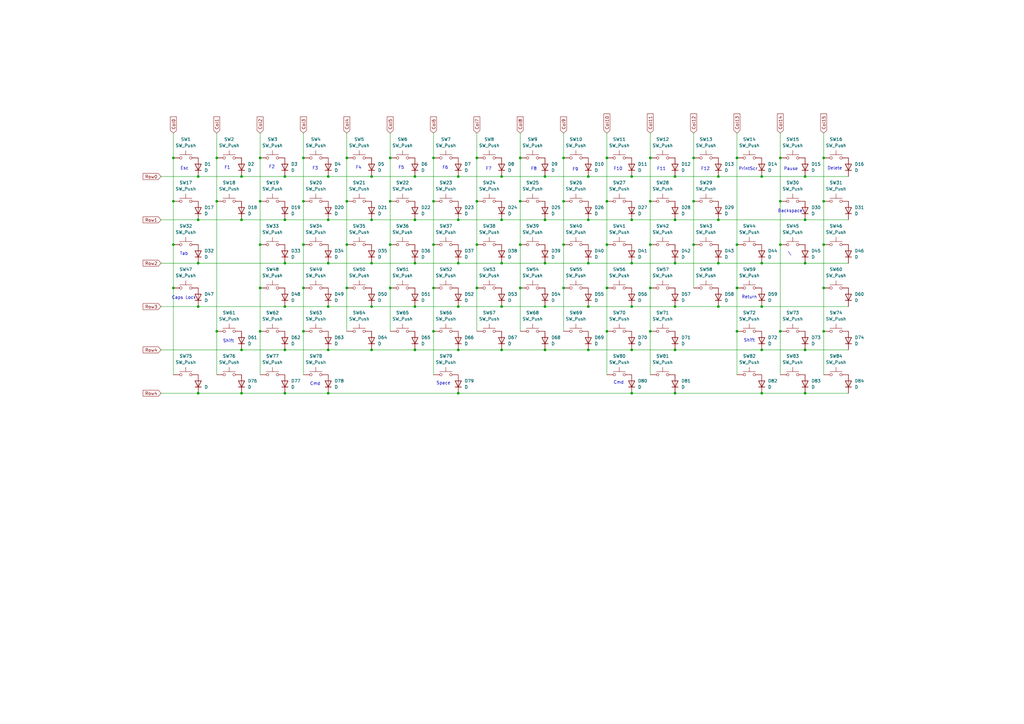
<source format=kicad_sch>
(kicad_sch (version 20231120) (generator "eeschema") (generator_version "8.0")
  (paper "A3")
  (title_block (title "KeyboardSwitchingArray"))
  (junction (at 312.42 125.73))
  (junction (at 284.48 64.77))
  (junction (at 259.08 143.51))
  (junction (at 294.64 72.39))
  (junction (at 170.18 90.17))
  (junction (at 223.52 125.73))
  (junction (at 160.02 64.77))
  (junction (at 134.62 90.17))
  (junction (at 205.74 107.95))
  (junction (at 320.04 64.77))
  (junction (at 302.26 118.11))
  (junction (at 124.46 64.77))
  (junction (at 106.68 64.77))
  (junction (at 248.92 100.33))
  (junction (at 259.08 72.39))
  (junction (at 134.62 125.73))
  (junction (at 312.42 72.39))
  (junction (at 266.7 100.33))
  (junction (at 337.82 82.55))
  (junction (at 142.24 100.33))
  (junction (at 213.36 82.55))
  (junction (at 170.18 72.39))
  (junction (at 116.84 107.95))
  (junction (at 81.28 72.39))
  (junction (at 81.28 125.73))
  (junction (at 259.08 90.17))
  (junction (at 99.06 143.51))
  (junction (at 330.2 161.29))
  (junction (at 284.48 100.33))
  (junction (at 116.84 125.73))
  (junction (at 337.82 135.89))
  (junction (at 284.48 82.55))
  (junction (at 195.58 118.11))
  (junction (at 330.2 143.51))
  (junction (at 152.4 72.39))
  (junction (at 231.14 118.11))
  (junction (at 248.92 82.55))
  (junction (at 99.06 161.29))
  (junction (at 276.86 143.51))
  (junction (at 205.74 143.51))
  (junction (at 241.3 90.17))
  (junction (at 116.84 143.51))
  (junction (at 187.96 125.73))
  (junction (at 71.12 100.33))
  (junction (at 241.3 107.95))
  (junction (at 177.8 118.11))
  (junction (at 134.62 72.39))
  (junction (at 187.96 72.39))
  (junction (at 259.08 107.95))
  (junction (at 248.92 135.89))
  (junction (at 116.84 90.17))
  (junction (at 124.46 82.55))
  (junction (at 312.42 107.95))
  (junction (at 160.02 82.55))
  (junction (at 81.28 90.17))
  (junction (at 266.7 135.89))
  (junction (at 223.52 90.17))
  (junction (at 276.86 125.73))
  (junction (at 170.18 107.95))
  (junction (at 124.46 135.89))
  (junction (at 134.62 107.95))
  (junction (at 276.86 161.29))
  (junction (at 177.8 82.55))
  (junction (at 71.12 118.11))
  (junction (at 337.82 118.11))
  (junction (at 116.84 161.29))
  (junction (at 266.7 118.11))
  (junction (at 106.68 118.11))
  (junction (at 152.4 107.95))
  (junction (at 231.14 100.33))
  (junction (at 170.18 143.51))
  (junction (at 330.2 72.39))
  (junction (at 302.26 135.89))
  (junction (at 71.12 64.77))
  (junction (at 88.9 82.55))
  (junction (at 81.28 107.95))
  (junction (at 248.92 64.77))
  (junction (at 213.36 100.33))
  (junction (at 160.02 118.11))
  (junction (at 259.08 161.29))
  (junction (at 259.08 125.73))
  (junction (at 231.14 64.77))
  (junction (at 337.82 64.77))
  (junction (at 124.46 100.33))
  (junction (at 88.9 135.89))
  (junction (at 337.82 100.33))
  (junction (at 134.62 143.51))
  (junction (at 205.74 125.73))
  (junction (at 88.9 64.77))
  (junction (at 142.24 64.77))
  (junction (at 266.7 82.55))
  (junction (at 152.4 143.51))
  (junction (at 302.26 64.77))
  (junction (at 294.64 125.73))
  (junction (at 294.64 107.95))
  (junction (at 276.86 90.17))
  (junction (at 152.4 90.17))
  (junction (at 231.14 82.55))
  (junction (at 116.84 72.39))
  (junction (at 312.42 143.51))
  (junction (at 187.96 90.17))
  (junction (at 302.26 100.33))
  (junction (at 276.86 107.95))
  (junction (at 320.04 135.89))
  (junction (at 99.06 72.39))
  (junction (at 71.12 82.55))
  (junction (at 124.46 118.11))
  (junction (at 223.52 143.51))
  (junction (at 177.8 100.33))
  (junction (at 177.8 135.89))
  (junction (at 99.06 90.17))
  (junction (at 134.62 161.29))
  (junction (at 81.28 161.29))
  (junction (at 142.24 82.55))
  (junction (at 142.24 118.11))
  (junction (at 330.2 107.95))
  (junction (at 205.74 72.39))
  (junction (at 177.8 64.77))
  (junction (at 106.68 100.33))
  (junction (at 241.3 125.73))
  (junction (at 320.04 100.33))
  (junction (at 213.36 64.77))
  (junction (at 170.18 125.73))
  (junction (at 241.3 143.51))
  (junction (at 195.58 82.55))
  (junction (at 187.96 143.51))
  (junction (at 312.42 161.29))
  (junction (at 223.52 107.95))
  (junction (at 106.68 135.89))
  (junction (at 320.04 82.55))
  (junction (at 266.7 64.77))
  (junction (at 213.36 118.11))
  (junction (at 205.74 90.17))
  (junction (at 187.96 161.29))
  (junction (at 152.4 125.73))
  (junction (at 106.68 82.55))
  (junction (at 195.58 100.33))
  (junction (at 294.64 90.17))
  (junction (at 187.96 107.95))
  (junction (at 223.52 72.39))
  (junction (at 248.92 118.11))
  (junction (at 330.2 90.17))
  (junction (at 160.02 100.33))
  (junction (at 276.86 72.39))
  (junction (at 241.3 72.39))
  (junction (at 195.58 64.77))
  (wire (pts (xy 320.04 82.55) (xy 320.04 100.33)))
  (wire (pts (xy 160.02 118.11) (xy 160.02 135.89)))
  (wire (pts (xy 231.14 54.61) (xy 231.14 64.77)))
  (wire (pts (xy 81.28 161.29) (xy 99.06 161.29)))
  (wire (pts (xy 66.04 143.51) (xy 99.06 143.51)))
  (wire (pts (xy 248.92 64.77) (xy 248.92 82.55)))
  (wire (pts (xy 330.2 143.51) (xy 347.98 143.51)))
  (wire (pts (xy 116.84 143.51) (xy 134.62 143.51)))
  (wire (pts (xy 248.92 82.55) (xy 248.92 100.33)))
  (wire (pts (xy 116.84 90.17) (xy 134.62 90.17)))
  (wire (pts (xy 284.48 54.61) (xy 284.48 64.77)))
  (wire (pts (xy 177.8 82.55) (xy 177.8 100.33)))
  (wire (pts (xy 142.24 82.55) (xy 142.24 100.33)))
  (wire (pts (xy 266.7 118.11) (xy 266.7 135.89)))
  (wire (pts (xy 241.3 72.39) (xy 259.08 72.39)))
  (wire (pts (xy 294.64 107.95) (xy 312.42 107.95)))
  (wire (pts (xy 134.62 72.39) (xy 152.4 72.39)))
  (wire (pts (xy 284.48 82.55) (xy 284.48 100.33)))
  (wire (pts (xy 312.42 107.95) (xy 330.2 107.95)))
  (wire (pts (xy 223.52 143.51) (xy 241.3 143.51)))
  (wire (pts (xy 294.64 72.39) (xy 312.42 72.39)))
  (wire (pts (xy 99.06 161.29) (xy 116.84 161.29)))
  (wire (pts (xy 195.58 54.61) (xy 195.58 64.77)))
  (wire (pts (xy 205.74 125.73) (xy 223.52 125.73)))
  (wire (pts (xy 259.08 90.17) (xy 276.86 90.17)))
  (wire (pts (xy 231.14 82.55) (xy 231.14 100.33)))
  (wire (pts (xy 337.82 64.77) (xy 337.82 82.55)))
  (wire (pts (xy 66.04 72.39) (xy 81.28 72.39)))
  (wire (pts (xy 134.62 107.95) (xy 152.4 107.95)))
  (wire (pts (xy 241.3 143.51) (xy 259.08 143.51)))
  (wire (pts (xy 177.8 54.61) (xy 177.8 64.77)))
  (wire (pts (xy 124.46 64.77) (xy 124.46 82.55)))
  (wire (pts (xy 294.64 90.17) (xy 330.2 90.17)))
  (wire (pts (xy 106.68 118.11) (xy 106.68 135.89)))
  (wire (pts (xy 187.96 90.17) (xy 205.74 90.17)))
  (wire (pts (xy 116.84 72.39) (xy 134.62 72.39)))
  (wire (pts (xy 223.52 107.95) (xy 241.3 107.95)))
  (wire (pts (xy 177.8 118.11) (xy 177.8 135.89)))
  (wire (pts (xy 294.64 125.73) (xy 312.42 125.73)))
  (wire (pts (xy 152.4 72.39) (xy 170.18 72.39)))
  (wire (pts (xy 337.82 54.61) (xy 337.82 64.77)))
  (wire (pts (xy 213.36 54.61) (xy 213.36 64.77)))
  (wire (pts (xy 312.42 72.39) (xy 330.2 72.39)))
  (wire (pts (xy 187.96 72.39) (xy 205.74 72.39)))
  (wire (pts (xy 337.82 82.55) (xy 337.82 100.33)))
  (wire (pts (xy 248.92 118.11) (xy 248.92 135.89)))
  (wire (pts (xy 177.8 135.89) (xy 177.8 153.67)))
  (wire (pts (xy 142.24 100.33) (xy 142.24 118.11)))
  (wire (pts (xy 337.82 100.33) (xy 337.82 118.11)))
  (wire (pts (xy 248.92 135.89) (xy 248.92 153.67)))
  (wire (pts (xy 231.14 64.77) (xy 231.14 82.55)))
  (wire (pts (xy 106.68 135.89) (xy 106.68 153.67)))
  (wire (pts (xy 177.8 64.77) (xy 177.8 82.55)))
  (wire (pts (xy 134.62 125.73) (xy 152.4 125.73)))
  (wire (pts (xy 195.58 118.11) (xy 195.58 135.89)))
  (wire (pts (xy 223.52 72.39) (xy 241.3 72.39)))
  (wire (pts (xy 259.08 161.29) (xy 276.86 161.29)))
  (wire (pts (xy 160.02 100.33) (xy 160.02 118.11)))
  (wire (pts (xy 276.86 161.29) (xy 312.42 161.29)))
  (wire (pts (xy 71.12 82.55) (xy 71.12 100.33)))
  (wire (pts (xy 276.86 125.73) (xy 294.64 125.73)))
  (wire (pts (xy 71.12 118.11) (xy 71.12 153.67)))
  (wire (pts (xy 330.2 90.17) (xy 347.98 90.17)))
  (wire (pts (xy 266.7 82.55) (xy 266.7 100.33)))
  (wire (pts (xy 213.36 100.33) (xy 213.36 118.11)))
  (wire (pts (xy 106.68 64.77) (xy 106.68 82.55)))
  (wire (pts (xy 259.08 107.95) (xy 276.86 107.95)))
  (wire (pts (xy 266.7 135.89) (xy 266.7 153.67)))
  (wire (pts (xy 88.9 54.61) (xy 88.9 64.77)))
  (wire (pts (xy 170.18 143.51) (xy 187.96 143.51)))
  (wire (pts (xy 337.82 135.89) (xy 337.82 153.67)))
  (wire (pts (xy 88.9 82.55) (xy 88.9 135.89)))
  (wire (pts (xy 276.86 72.39) (xy 294.64 72.39)))
  (wire (pts (xy 320.04 64.77) (xy 320.04 82.55)))
  (wire (pts (xy 106.68 100.33) (xy 106.68 118.11)))
  (wire (pts (xy 66.04 125.73) (xy 81.28 125.73)))
  (wire (pts (xy 187.96 161.29) (xy 259.08 161.29)))
  (wire (pts (xy 302.26 54.61) (xy 302.26 64.77)))
  (wire (pts (xy 71.12 64.77) (xy 71.12 82.55)))
  (wire (pts (xy 241.3 90.17) (xy 259.08 90.17)))
  (wire (pts (xy 223.52 90.17) (xy 241.3 90.17)))
  (wire (pts (xy 195.58 64.77) (xy 195.58 82.55)))
  (wire (pts (xy 116.84 161.29) (xy 134.62 161.29)))
  (wire (pts (xy 266.7 54.61) (xy 266.7 64.77)))
  (wire (pts (xy 330.2 72.39) (xy 347.98 72.39)))
  (wire (pts (xy 320.04 135.89) (xy 320.04 153.67)))
  (wire (pts (xy 99.06 72.39) (xy 116.84 72.39)))
  (wire (pts (xy 187.96 143.51) (xy 205.74 143.51)))
  (wire (pts (xy 284.48 64.77) (xy 284.48 82.55)))
  (wire (pts (xy 124.46 135.89) (xy 124.46 153.67)))
  (wire (pts (xy 152.4 125.73) (xy 170.18 125.73)))
  (wire (pts (xy 142.24 54.61) (xy 142.24 64.77)))
  (wire (pts (xy 205.74 143.51) (xy 223.52 143.51)))
  (wire (pts (xy 205.74 107.95) (xy 223.52 107.95)))
  (wire (pts (xy 320.04 54.61) (xy 320.04 64.77)))
  (wire (pts (xy 160.02 82.55) (xy 160.02 100.33)))
  (wire (pts (xy 302.26 135.89) (xy 302.26 153.67)))
  (wire (pts (xy 152.4 107.95) (xy 170.18 107.95)))
  (wire (pts (xy 205.74 90.17) (xy 223.52 90.17)))
  (wire (pts (xy 302.26 100.33) (xy 302.26 118.11)))
  (wire (pts (xy 276.86 143.51) (xy 312.42 143.51)))
  (wire (pts (xy 213.36 64.77) (xy 213.36 82.55)))
  (wire (pts (xy 81.28 72.39) (xy 99.06 72.39)))
  (wire (pts (xy 259.08 143.51) (xy 276.86 143.51)))
  (wire (pts (xy 170.18 107.95) (xy 187.96 107.95)))
  (wire (pts (xy 259.08 72.39) (xy 276.86 72.39)))
  (wire (pts (xy 213.36 82.55) (xy 213.36 100.33)))
  (wire (pts (xy 223.52 125.73) (xy 241.3 125.73)))
  (wire (pts (xy 124.46 82.55) (xy 124.46 100.33)))
  (wire (pts (xy 205.74 72.39) (xy 223.52 72.39)))
  (wire (pts (xy 116.84 125.73) (xy 134.62 125.73)))
  (wire (pts (xy 312.42 125.73) (xy 347.98 125.73)))
  (wire (pts (xy 142.24 118.11) (xy 142.24 135.89)))
  (wire (pts (xy 266.7 100.33) (xy 266.7 118.11)))
  (wire (pts (xy 170.18 72.39) (xy 187.96 72.39)))
  (wire (pts (xy 248.92 100.33) (xy 248.92 118.11)))
  (wire (pts (xy 88.9 64.77) (xy 88.9 82.55)))
  (wire (pts (xy 160.02 64.77) (xy 160.02 82.55)))
  (wire (pts (xy 231.14 100.33) (xy 231.14 118.11)))
  (wire (pts (xy 248.92 54.61) (xy 248.92 64.77)))
  (wire (pts (xy 170.18 125.73) (xy 187.96 125.73)))
  (wire (pts (xy 170.18 90.17) (xy 187.96 90.17)))
  (wire (pts (xy 71.12 100.33) (xy 71.12 118.11)))
  (wire (pts (xy 320.04 100.33) (xy 320.04 135.89)))
  (wire (pts (xy 116.84 107.95) (xy 134.62 107.95)))
  (wire (pts (xy 134.62 90.17) (xy 152.4 90.17)))
  (wire (pts (xy 81.28 125.73) (xy 116.84 125.73)))
  (wire (pts (xy 312.42 143.51) (xy 330.2 143.51)))
  (wire (pts (xy 195.58 100.33) (xy 195.58 118.11)))
  (wire (pts (xy 276.86 90.17) (xy 294.64 90.17)))
  (wire (pts (xy 302.26 64.77) (xy 302.26 100.33)))
  (wire (pts (xy 134.62 161.29) (xy 187.96 161.29)))
  (wire (pts (xy 152.4 90.17) (xy 170.18 90.17)))
  (wire (pts (xy 276.86 107.95) (xy 294.64 107.95)))
  (wire (pts (xy 302.26 118.11) (xy 302.26 135.89)))
  (wire (pts (xy 330.2 107.95) (xy 347.98 107.95)))
  (wire (pts (xy 81.28 107.95) (xy 116.84 107.95)))
  (wire (pts (xy 330.2 161.29) (xy 347.98 161.29)))
  (wire (pts (xy 142.24 64.77) (xy 142.24 82.55)))
  (wire (pts (xy 99.06 143.51) (xy 116.84 143.51)))
  (wire (pts (xy 66.04 161.29) (xy 81.28 161.29)))
  (wire (pts (xy 106.68 82.55) (xy 106.68 100.33)))
  (wire (pts (xy 152.4 143.51) (xy 170.18 143.51)))
  (wire (pts (xy 124.46 118.11) (xy 124.46 135.89)))
  (wire (pts (xy 81.28 90.17) (xy 99.06 90.17)))
  (wire (pts (xy 66.04 90.17) (xy 81.28 90.17)))
  (wire (pts (xy 195.58 82.55) (xy 195.58 100.33)))
  (wire (pts (xy 134.62 143.51) (xy 152.4 143.51)))
  (wire (pts (xy 106.68 54.61) (xy 106.68 64.77)))
  (wire (pts (xy 213.36 118.11) (xy 213.36 135.89)))
  (wire (pts (xy 124.46 54.61) (xy 124.46 64.77)))
  (wire (pts (xy 88.9 135.89) (xy 88.9 153.67)))
  (wire (pts (xy 187.96 125.73) (xy 205.74 125.73)))
  (wire (pts (xy 71.12 54.61) (xy 71.12 64.77)))
  (wire (pts (xy 241.3 125.73) (xy 259.08 125.73)))
  (wire (pts (xy 187.96 107.95) (xy 205.74 107.95)))
  (wire (pts (xy 124.46 100.33) (xy 124.46 118.11)))
  (wire (pts (xy 259.08 125.73) (xy 276.86 125.73)))
  (wire (pts (xy 312.42 161.29) (xy 330.2 161.29)))
  (wire (pts (xy 241.3 107.95) (xy 259.08 107.95)))
  (wire (pts (xy 66.04 107.95) (xy 81.28 107.95)))
  (wire (pts (xy 160.02 54.61) (xy 160.02 64.77)))
  (wire (pts (xy 266.7 64.77) (xy 266.7 82.55)))
  (wire (pts (xy 284.48 100.33) (xy 284.48 118.11)))
  (wire (pts (xy 99.06 90.17) (xy 116.84 90.17)))
  (wire (pts (xy 177.8 100.33) (xy 177.8 118.11)))
  (wire (pts (xy 231.14 118.11) (xy 231.14 135.89)))
  (wire (pts (xy 337.82 118.11) (xy 337.82 135.89)))
  (text "F10" (at 253.492 69.342 0) (effects (font (size 1.27 1.27))))
  (text "F7" (at 200.406 69.342 0) (effects (font (size 1.27 1.27))))
  (text "Delete" (at 342.392 69.088 0) (effects (font (size 1.27 1.27))))
  (text "F11" (at 271.272 69.342 0) (effects (font (size 1.27 1.27))))
  (text "Space" (at 181.864 157.226 0) (effects (font (size 1.27 1.27))))
  (text "F3" (at 129.286 69.088 0) (effects (font (size 1.27 1.27))))
  (text "F9" (at 235.966 69.596 0) (effects (font (size 1.27 1.27))))
  (text "Backspace" (at 324.104 86.614 0) (effects (font (size 1.27 1.27))))
  (text "Tab" (at 75.438 104.14 0) (effects (font (size 1.27 1.27))))
  (text "\\" (at 323.85 104.14 0) (effects (font (size 1.27 1.27))))
  (text "F2" (at 111.506 68.58 0) (effects (font (size 1.27 1.27))))
  (text "Esc" (at 75.692 69.088 0) (effects (font (size 1.27 1.27))))
  (text "F5" (at 164.592 68.834 0) (effects (font (size 1.27 1.27))))
  (text "F4" (at 147.066 68.834 0) (effects (font (size 1.27 1.27))))
  (text "Cmd" (at 253.746 156.972 0) (effects (font (size 1.27 1.27))))
  (text "PrintScr" (at 306.832 69.342 0) (effects (font (size 1.27 1.27))))
  (text "Cmd" (at 129.286 157.48 0) (effects (font (size 1.27 1.27))))
  (text "F12" (at 289.306 69.342 0) (effects (font (size 1.27 1.27))))
  (text "F8" (at 218.948 69.342 0) (effects (font (size 1.27 1.27))))
  (text "F1" (at 93.218 68.834 0) (effects (font (size 1.27 1.27))))
  (text "Return" (at 307.34 121.92 0) (effects (font (size 1.27 1.27))))
  (text "Shift" (at 307.34 139.7 0) (effects (font (size 1.27 1.27))))
  (text "Shift" (at 93.726 139.954 0) (effects (font (size 1.27 1.27))))
  (text "Pause" (at 324.358 69.342 0) (effects (font (size 1.27 1.27))))
  (text "Caps Lock" (at 75.438 122.174 0) (effects (font (size 1.27 1.27))))
  (text "F6" (at 182.626 68.834 0) (effects (font (size 1.27 1.27))))
  (global_label "Col14" (shape input) (at 320.04 54.61 90) (property "Intersheetrefs" "${INTERSHEET_REFS}" (effects (hide yes))))
  (global_label "Col12" (shape input) (at 284.48 54.61 90) (property "Intersheetrefs" "${INTERSHEET_REFS}" (effects (hide yes))))
  (global_label "Col7" (shape input) (at 195.58 54.61 90) (property "Intersheetrefs" "${INTERSHEET_REFS}" (effects (hide yes))))
  (global_label "Col8" (shape input) (at 213.36 54.61 90) (property "Intersheetrefs" "${INTERSHEET_REFS}" (effects (hide yes))))
  (global_label "Col6" (shape input) (at 177.8 54.61 90) (property "Intersheetrefs" "${INTERSHEET_REFS}" (effects (hide yes))))
  (global_label "Col1" (shape input) (at 88.9 54.61 90) (property "Intersheetrefs" "${INTERSHEET_REFS}" (effects (hide yes))))
  (global_label "Row0" (shape input) (at 66.04 72.39 180) (property "Intersheetrefs" "${INTERSHEET_REFS}" (effects (hide yes))))
  (global_label "Col0" (shape input) (at 71.12 54.61 90) (property "Intersheetrefs" "${INTERSHEET_REFS}" (effects (hide yes))))
  (global_label "Row4" (shape input) (at 66.04 143.51 180) (property "Intersheetrefs" "${INTERSHEET_REFS}" (effects (hide yes))))
  (global_label "Row3" (shape input) (at 66.04 125.73 180) (property "Intersheetrefs" "${INTERSHEET_REFS}" (effects (hide yes))))
  (global_label "Row4" (shape input) (at 66.04 161.29 180) (property "Intersheetrefs" "${INTERSHEET_REFS}" (effects (hide yes))))
  (global_label "Col2" (shape input) (at 106.68 54.61 90) (property "Intersheetrefs" "${INTERSHEET_REFS}" (effects (hide yes))))
  (global_label "Col3" (shape input) (at 124.46 54.61 90) (property "Intersheetrefs" "${INTERSHEET_REFS}" (effects (hide yes))))
  (global_label "Col11" (shape input) (at 266.7 54.61 90) (property "Intersheetrefs" "${INTERSHEET_REFS}" (effects (hide yes))))
  (global_label "Col15" (shape input) (at 337.82 54.61 90) (property "Intersheetrefs" "${INTERSHEET_REFS}" (effects (hide yes))))
  (global_label "Row2" (shape input) (at 66.04 107.95 180) (property "Intersheetrefs" "${INTERSHEET_REFS}" (effects (hide yes))))
  (global_label "Row1" (shape input) (at 66.04 90.17 180) (property "Intersheetrefs" "${INTERSHEET_REFS}" (effects (hide yes))))
  (global_label "Col10" (shape input) (at 248.92 54.61 90) (property "Intersheetrefs" "${INTERSHEET_REFS}" (effects (hide yes))))
  (global_label "Col13" (shape input) (at 302.26 54.61 90) (property "Intersheetrefs" "${INTERSHEET_REFS}" (effects (hide yes))))
  (global_label "Col4" (shape input) (at 142.24 54.61 90) (property "Intersheetrefs" "${INTERSHEET_REFS}" (effects (hide yes))))
  (global_label "Col9" (shape input) (at 231.14 54.61 90) (property "Intersheetrefs" "${INTERSHEET_REFS}" (effects (hide yes))))
  (global_label "Col5" (shape input) (at 160.02 54.61 90) (property "Intersheetrefs" "${INTERSHEET_REFS}" (effects (hide yes))))
  (symbol (lib_id "Device:D") (at 116.84 104.14 90) (unit 1)
    (property "Reference" "D33" (at 119.38 102.8699 90) (effects (justify right)))
    (property "Value" "D" (at 119.38 105.4099 90) (effects (justify right)))
    (property "Footprint" "ScottoKeebs_Components:Diode_SOD-123" (effects (hide yes)))
    (property "Description" "Diode" (effects (hide yes)))
    (property "Sim.Device" "D" (effects (hide yes)))
    (property "Sim.Pins" "1=K 2=A" (effects (hide yes)))
  )
  (symbol (lib_id "Device:D") (at 347.98 139.7 90) (unit 1)
    (property "Reference" "D74" (at 350.52 138.4299 90) (effects (justify right)))
    (property "Value" "D" (at 350.52 140.9699 90) (effects (justify right)))
    (property "Footprint" "ScottoKeebs_Components:Diode_SOD-123" (effects (hide yes)))
    (property "Description" "Diode" (effects (hide yes)))
    (property "Sim.Device" "D" (effects (hide yes)))
    (property "Sim.Pins" "1=K 2=A" (effects (hide yes)))
  )
  (symbol (lib_id "Device:D") (at 259.08 86.36 90) (unit 1)
    (property "Reference" "D27" (at 261.62 85.0899 90) (effects (justify right)))
    (property "Value" "D" (at 261.62 87.6299 90) (effects (justify right)))
    (property "Footprint" "ScottoKeebs_Components:Diode_SOD-123" (effects (hide yes)))
    (property "Description" "Diode" (effects (hide yes)))
    (property "Sim.Device" "D" (effects (hide yes)))
    (property "Sim.Pins" "1=K 2=A" (effects (hide yes)))
  )
  (symbol (lib_id "Switch:SW_Push") (at 76.2 118.11 0) (unit 1)
    (property "Reference" "SW47" (at 76.2 110.49 0))
    (property "Value" "SW_Push" (at 76.2 113.03 0))
    (property "Footprint" "ScottoKeebs_MX:MX_PCB_1.75u" (effects (hide yes)))
    (property "Description" "Push button switch, generic, two pins" (effects (hide yes)))
  )
  (symbol (lib_id "Device:D") (at 81.28 68.58 90) (unit 1)
    (property "Reference" "D1" (at 83.82 67.3099 90) (effects (justify right)))
    (property "Value" "D" (at 83.82 69.8499 90) (effects (justify right)))
    (property "Footprint" "ScottoKeebs_Components:Diode_SOD-123" (effects (hide yes)))
    (property "Description" "Diode" (effects (hide yes)))
    (property "Sim.Device" "D" (effects (hide yes)))
    (property "Sim.Pins" "1=K 2=A" (effects (hide yes)))
  )
  (symbol (lib_id "Switch:SW_Push") (at 271.78 135.89 0) (unit 1)
    (property "Reference" "SW71" (at 271.78 128.27 0))
    (property "Value" "SW_Push" (at 271.78 130.81 0))
    (property "Footprint" "ScottoKeebs_MX:MX_PCB_1.00u" (effects (hide yes)))
    (property "Description" "Push button switch, generic, two pins" (effects (hide yes)))
  )
  (symbol (lib_id "Switch:SW_Push") (at 165.1 82.55 0) (unit 1)
    (property "Reference" "SW22" (at 165.1 74.93 0))
    (property "Value" "SW_Push" (at 165.1 77.47 0))
    (property "Footprint" "ScottoKeebs_MX:MX_PCB_1.00u" (effects (hide yes)))
    (property "Description" "Push button switch, generic, two pins" (effects (hide yes)))
  )
  (symbol (lib_id "Switch:SW_Push") (at 129.54 135.89 0) (unit 1)
    (property "Reference" "SW63" (at 129.54 128.27 0))
    (property "Value" "SW_Push" (at 129.54 130.81 0))
    (property "Footprint" "ScottoKeebs_MX:MX_PCB_1.00u" (effects (hide yes)))
    (property "Description" "Push button switch, generic, two pins" (effects (hide yes)))
  )
  (symbol (lib_id "Switch:SW_Push") (at 271.78 82.55 0) (unit 1)
    (property "Reference" "SW28" (at 271.78 74.93 0))
    (property "Value" "SW_Push" (at 271.78 77.47 0))
    (property "Footprint" "ScottoKeebs_MX:MX_PCB_1.00u" (effects (hide yes)))
    (property "Description" "Push button switch, generic, two pins" (effects (hide yes)))
  )
  (symbol (lib_id "Switch:SW_Push") (at 147.32 64.77 0) (unit 1)
    (property "Reference" "SW5" (at 147.32 57.15 0))
    (property "Value" "SW_Push" (at 147.32 59.69 0))
    (property "Footprint" "ScottoKeebs_MX:MX_PCB_1.00u" (effects (hide yes)))
    (property "Description" "Push button switch, generic, two pins" (effects (hide yes)))
  )
  (symbol (lib_id "Device:D") (at 223.52 104.14 90) (unit 1)
    (property "Reference" "D39" (at 226.06 102.8699 90) (effects (justify right)))
    (property "Value" "D" (at 226.06 105.4099 90) (effects (justify right)))
    (property "Footprint" "ScottoKeebs_Components:Diode_SOD-123" (effects (hide yes)))
    (property "Description" "Diode" (effects (hide yes)))
    (property "Sim.Device" "D" (effects (hide yes)))
    (property "Sim.Pins" "1=K 2=A" (effects (hide yes)))
  )
  (symbol (lib_id "Switch:SW_Push") (at 76.2 82.55 0) (unit 1)
    (property "Reference" "SW17" (at 76.2 74.93 0))
    (property "Value" "SW_Push" (at 76.2 77.47 0))
    (property "Footprint" "ScottoKeebs_MX:MX_PCB_1.00u" (effects (hide yes)))
    (property "Description" "Push button switch, generic, two pins" (effects (hide yes)))
  )
  (symbol (lib_id "Device:D") (at 81.28 121.92 90) (unit 1)
    (property "Reference" "D47" (at 83.82 120.6499 90) (effects (justify right)))
    (property "Value" "D" (at 83.82 123.1899 90) (effects (justify right)))
    (property "Footprint" "ScottoKeebs_Components:Diode_SOD-123" (effects (hide yes)))
    (property "Description" "Diode" (effects (hide yes)))
    (property "Sim.Device" "D" (effects (hide yes)))
    (property "Sim.Pins" "1=K 2=A" (effects (hide yes)))
  )
  (symbol (lib_id "Device:D") (at 330.2 86.36 90) (unit 1)
    (property "Reference" "D30" (at 332.74 85.0899 90) (effects (justify right)))
    (property "Value" "D" (at 332.74 87.6299 90) (effects (justify right)))
    (property "Footprint" "ScottoKeebs_Components:Diode_SOD-123" (effects (hide yes)))
    (property "Description" "Diode" (effects (hide yes)))
    (property "Sim.Device" "D" (effects (hide yes)))
    (property "Sim.Pins" "1=K 2=A" (effects (hide yes)))
  )
  (symbol (lib_id "Device:D") (at 276.86 157.48 90) (unit 1)
    (property "Reference" "D81" (at 279.4 156.2099 90) (effects (justify right)))
    (property "Value" "D" (at 279.4 158.7499 90) (effects (justify right)))
    (property "Footprint" "ScottoKeebs_Components:Diode_SOD-123" (effects (hide yes)))
    (property "Description" "Diode" (effects (hide yes)))
    (property "Sim.Device" "D" (effects (hide yes)))
    (property "Sim.Pins" "1=K 2=A" (effects (hide yes)))
  )
  (symbol (lib_id "Device:D") (at 170.18 139.7 90) (unit 1)
    (property "Reference" "D65" (at 172.72 138.4299 90) (effects (justify right)))
    (property "Value" "D" (at 172.72 140.9699 90) (effects (justify right)))
    (property "Footprint" "ScottoKeebs_Components:Diode_SOD-123" (effects (hide yes)))
    (property "Description" "Diode" (effects (hide yes)))
    (property "Sim.Device" "D" (effects (hide yes)))
    (property "Sim.Pins" "1=K 2=A" (effects (hide yes)))
  )
  (symbol (lib_id "Switch:SW_Push") (at 307.34 135.89 0) (unit 1)
    (property "Reference" "SW72" (at 307.34 128.27 0))
    (property "Value" "SW_Push" (at 307.34 130.81 0))
    (property "Footprint" "ScottoKeebs_MX:MX_PCB_1.75u" (effects (hide yes)))
    (property "Description" "Push button switch, generic, two pins" (effects (hide yes)))
  )
  (symbol (lib_id "Device:D") (at 99.06 86.36 90) (unit 1)
    (property "Reference" "D18" (at 101.6 85.0899 90) (effects (justify right)))
    (property "Value" "D" (at 101.6 87.6299 90) (effects (justify right)))
    (property "Footprint" "ScottoKeebs_Components:Diode_SOD-123" (effects (hide yes)))
    (property "Description" "Diode" (effects (hide yes)))
    (property "Sim.Device" "D" (effects (hide yes)))
    (property "Sim.Pins" "1=K 2=A" (effects (hide yes)))
  )
  (symbol (lib_id "Switch:SW_Push") (at 342.9 82.55 0) (unit 1)
    (property "Reference" "SW31" (at 342.9 74.93 0))
    (property "Value" "SW_Push" (at 342.9 77.47 0))
    (property "Footprint" "ScottoKeebs_MX:MX_PCB_1.00u" (effects (hide yes)))
    (property "Description" "Push button switch, generic, two pins" (effects (hide yes)))
  )
  (symbol (lib_id "Device:D") (at 259.08 157.48 90) (unit 1)
    (property "Reference" "D80" (at 261.62 156.2099 90) (effects (justify right)))
    (property "Value" "D" (at 261.62 158.7499 90) (effects (justify right)))
    (property "Footprint" "ScottoKeebs_Components:Diode_SOD-123" (effects (hide yes)))
    (property "Description" "Diode" (effects (hide yes)))
    (property "Sim.Device" "D" (effects (hide yes)))
    (property "Sim.Pins" "1=K 2=A" (effects (hide yes)))
  )
  (symbol (lib_id "Device:D") (at 276.86 104.14 90) (unit 1)
    (property "Reference" "D42" (at 279.4 102.8699 90) (effects (justify right)))
    (property "Value" "D" (at 279.4 105.4099 90) (effects (justify right)))
    (property "Footprint" "ScottoKeebs_Components:Diode_SOD-123" (effects (hide yes)))
    (property "Description" "Diode" (effects (hide yes)))
    (property "Sim.Device" "D" (effects (hide yes)))
    (property "Sim.Pins" "1=K 2=A" (effects (hide yes)))
  )
  (symbol (lib_id "Device:D") (at 134.62 68.58 90) (unit 1)
    (property "Reference" "D4" (at 137.16 67.3099 90) (effects (justify right)))
    (property "Value" "D" (at 137.16 69.8499 90) (effects (justify right)))
    (property "Footprint" "ScottoKeebs_Components:Diode_SOD-123" (effects (hide yes)))
    (property "Description" "Diode" (effects (hide yes)))
    (property "Sim.Device" "D" (effects (hide yes)))
    (property "Sim.Pins" "1=K 2=A" (effects (hide yes)))
  )
  (symbol (lib_id "Device:D") (at 170.18 104.14 90) (unit 1)
    (property "Reference" "D36" (at 172.72 102.8699 90) (effects (justify right)))
    (property "Value" "D" (at 172.72 105.4099 90) (effects (justify right)))
    (property "Footprint" "ScottoKeebs_Components:Diode_SOD-123" (effects (hide yes)))
    (property "Description" "Diode" (effects (hide yes)))
    (property "Sim.Device" "D" (effects (hide yes)))
    (property "Sim.Pins" "1=K 2=A" (effects (hide yes)))
  )
  (symbol (lib_id "Device:D") (at 116.84 68.58 90) (unit 1)
    (property "Reference" "D3" (at 119.38 67.3099 90) (effects (justify right)))
    (property "Value" "D" (at 119.38 69.8499 90) (effects (justify right)))
    (property "Footprint" "ScottoKeebs_Components:Diode_SOD-123" (effects (hide yes)))
    (property "Description" "Diode" (effects (hide yes)))
    (property "Sim.Device" "D" (effects (hide yes)))
    (property "Sim.Pins" "1=K 2=A" (effects (hide yes)))
  )
  (symbol (lib_id "Switch:SW_Push") (at 182.88 64.77 0) (unit 1)
    (property "Reference" "SW7" (at 182.88 57.15 0))
    (property "Value" "SW_Push" (at 182.88 59.69 0))
    (property "Footprint" "ScottoKeebs_MX:MX_PCB_1.00u" (effects (hide yes)))
    (property "Description" "Push button switch, generic, two pins" (effects (hide yes)))
  )
  (symbol (lib_id "Switch:SW_Push") (at 165.1 118.11 0) (unit 1)
    (property "Reference" "SW51" (at 165.1 110.49 0))
    (property "Value" "SW_Push" (at 165.1 113.03 0))
    (property "Footprint" "ScottoKeebs_MX:MX_PCB_1.00u" (effects (hide yes)))
    (property "Description" "Push button switch, generic, two pins" (effects (hide yes)))
  )
  (symbol (lib_id "Device:D") (at 259.08 121.92 90) (unit 1)
    (property "Reference" "D56" (at 261.62 120.6499 90) (effects (justify right)))
    (property "Value" "D" (at 261.62 123.1899 90) (effects (justify right)))
    (property "Footprint" "ScottoKeebs_Components:Diode_SOD-123" (effects (hide yes)))
    (property "Description" "Diode" (effects (hide yes)))
    (property "Sim.Device" "D" (effects (hide yes)))
    (property "Sim.Pins" "1=K 2=A" (effects (hide yes)))
  )
  (symbol (lib_id "Switch:SW_Push") (at 111.76 100.33 0) (unit 1)
    (property "Reference" "SW33" (at 111.76 92.71 0))
    (property "Value" "SW_Push" (at 111.76 95.25 0))
    (property "Footprint" "ScottoKeebs_MX:MX_PCB_1.00u" (effects (hide yes)))
    (property "Description" "Push button switch, generic, two pins" (effects (hide yes)))
  )
  (symbol (lib_id "Device:D") (at 294.64 86.36 90) (unit 1)
    (property "Reference" "D29" (at 297.18 85.0899 90) (effects (justify right)))
    (property "Value" "D" (at 297.18 87.6299 90) (effects (justify right)))
    (property "Footprint" "ScottoKeebs_Components:Diode_SOD-123" (effects (hide yes)))
    (property "Description" "Diode" (effects (hide yes)))
    (property "Sim.Device" "D" (effects (hide yes)))
    (property "Sim.Pins" "1=K 2=A" (effects (hide yes)))
  )
  (symbol (lib_id "Device:D") (at 205.74 68.58 90) (unit 1)
    (property "Reference" "D8" (at 208.28 67.3099 90) (effects (justify right)))
    (property "Value" "D" (at 208.28 69.8499 90) (effects (justify right)))
    (property "Footprint" "ScottoKeebs_Components:Diode_SOD-123" (effects (hide yes)))
    (property "Description" "Diode" (effects (hide yes)))
    (property "Sim.Device" "D" (effects (hide yes)))
    (property "Sim.Pins" "1=K 2=A" (effects (hide yes)))
  )
  (symbol (lib_id "Switch:SW_Push") (at 200.66 135.89 0) (unit 1)
    (property "Reference" "SW67" (at 200.66 128.27 0))
    (property "Value" "SW_Push" (at 200.66 130.81 0))
    (property "Footprint" "ScottoKeebs_MX:MX_PCB_1.00u" (effects (hide yes)))
    (property "Description" "Push button switch, generic, two pins" (effects (hide yes)))
  )
  (symbol (lib_id "Switch:SW_Push") (at 271.78 100.33 0) (unit 1)
    (property "Reference" "SW42" (at 271.78 92.71 0))
    (property "Value" "SW_Push" (at 271.78 95.25 0))
    (property "Footprint" "ScottoKeebs_MX:MX_PCB_1.00u" (effects (hide yes)))
    (property "Description" "Push button switch, generic, two pins" (effects (hide yes)))
  )
  (symbol (lib_id "Device:D") (at 312.42 121.92 90) (unit 1)
    (property "Reference" "D59" (at 314.96 120.6499 90) (effects (justify right)))
    (property "Value" "D" (at 314.96 123.1899 90) (effects (justify right)))
    (property "Footprint" "ScottoKeebs_Components:Diode_SOD-123" (effects (hide yes)))
    (property "Description" "Diode" (effects (hide yes)))
    (property "Sim.Device" "D" (effects (hide yes)))
    (property "Sim.Pins" "1=K 2=A" (effects (hide yes)))
  )
  (symbol (lib_id "Switch:SW_Push") (at 147.32 118.11 0) (unit 1)
    (property "Reference" "SW50" (at 147.32 110.49 0))
    (property "Value" "SW_Push" (at 147.32 113.03 0))
    (property "Footprint" "ScottoKeebs_MX:MX_PCB_1.00u" (effects (hide yes)))
    (property "Description" "Push button switch, generic, two pins" (effects (hide yes)))
  )
  (symbol (lib_id "Device:D") (at 152.4 68.58 90) (unit 1)
    (property "Reference" "D5" (at 154.94 67.3099 90) (effects (justify right)))
    (property "Value" "D" (at 154.94 69.8499 90) (effects (justify right)))
    (property "Footprint" "ScottoKeebs_Components:Diode_SOD-123" (effects (hide yes)))
    (property "Description" "Diode" (effects (hide yes)))
    (property "Sim.Device" "D" (effects (hide yes)))
    (property "Sim.Pins" "1=K 2=A" (effects (hide yes)))
  )
  (symbol (lib_id "Switch:SW_Push") (at 182.88 82.55 0) (unit 1)
    (property "Reference" "SW23" (at 182.88 74.93 0))
    (property "Value" "SW_Push" (at 182.88 77.47 0))
    (property "Footprint" "ScottoKeebs_MX:MX_PCB_1.00u" (effects (hide yes)))
    (property "Description" "Push button switch, generic, two pins" (effects (hide yes)))
  )
  (symbol (lib_id "Switch:SW_Push") (at 271.78 118.11 0) (unit 1)
    (property "Reference" "SW57" (at 271.78 110.49 0))
    (property "Value" "SW_Push" (at 271.78 113.03 0))
    (property "Footprint" "ScottoKeebs_MX:MX_PCB_1.00u" (effects (hide yes)))
    (property "Description" "Push button switch, generic, two pins" (effects (hide yes)))
  )
  (symbol (lib_id "Device:D") (at 116.84 139.7 90) (unit 1)
    (property "Reference" "D62" (at 119.38 138.4299 90) (effects (justify right)))
    (property "Value" "D" (at 119.38 140.9699 90) (effects (justify right)))
    (property "Footprint" "ScottoKeebs_Components:Diode_SOD-123" (effects (hide yes)))
    (property "Description" "Diode" (effects (hide yes)))
    (property "Sim.Device" "D" (effects (hide yes)))
    (property "Sim.Pins" "1=K 2=A" (effects (hide yes)))
  )
  (symbol (lib_id "Switch:SW_Push") (at 289.56 82.55 0) (unit 1)
    (property "Reference" "SW29" (at 289.56 74.93 0))
    (property "Value" "SW_Push" (at 289.56 77.47 0))
    (property "Footprint" "ScottoKeebs_MX:MX_PCB_1.00u" (effects (hide yes)))
    (property "Description" "Push button switch, generic, two pins" (effects (hide yes)))
  )
  (symbol (lib_id "Device:D") (at 99.06 139.7 90) (unit 1)
    (property "Reference" "D61" (at 101.6 138.4299 90) (effects (justify right)))
    (property "Value" "D" (at 101.6 140.9699 90) (effects (justify right)))
    (property "Footprint" "ScottoKeebs_Components:Diode_SOD-123" (effects (hide yes)))
    (property "Description" "Diode" (effects (hide yes)))
    (property "Sim.Device" "D" (effects (hide yes)))
    (property "Sim.Pins" "1=K 2=A" (effects (hide yes)))
  )
  (symbol (lib_id "Device:D") (at 312.42 104.14 90) (unit 1)
    (property "Reference" "D44" (at 314.96 102.8699 90) (effects (justify right)))
    (property "Value" "D" (at 314.96 105.4099 90) (effects (justify right)))
    (property "Footprint" "ScottoKeebs_Components:Diode_SOD-123" (effects (hide yes)))
    (property "Description" "Diode" (effects (hide yes)))
    (property "Sim.Device" "D" (effects (hide yes)))
    (property "Sim.Pins" "1=K 2=A" (effects (hide yes)))
  )
  (symbol (lib_id "Device:D") (at 347.98 68.58 90) (unit 1)
    (property "Reference" "D16" (at 350.52 67.3099 90) (effects (justify right)))
    (property "Value" "D" (at 350.52 69.8499 90) (effects (justify right)))
    (property "Footprint" "ScottoKeebs_Components:Diode_SOD-123" (effects (hide yes)))
    (property "Description" "Diode" (effects (hide yes)))
    (property "Sim.Device" "D" (effects (hide yes)))
    (property "Sim.Pins" "1=K 2=A" (effects (hide yes)))
  )
  (symbol (lib_id "Switch:SW_Push") (at 218.44 82.55 0) (unit 1)
    (property "Reference" "SW25" (at 218.44 74.93 0))
    (property "Value" "SW_Push" (at 218.44 77.47 0))
    (property "Footprint" "ScottoKeebs_MX:MX_PCB_1.00u" (effects (hide yes)))
    (property "Description" "Push button switch, generic, two pins" (effects (hide yes)))
  )
  (symbol (lib_id "Switch:SW_Push") (at 325.12 100.33 0) (unit 1)
    (property "Reference" "SW45" (at 325.12 92.71 0))
    (property "Value" "SW_Push" (at 325.12 95.25 0))
    (property "Footprint" "ScottoKeebs_MX:MX_PCB_1.50u" (effects (hide yes)))
    (property "Description" "Push button switch, generic, two pins" (effects (hide yes)))
  )
  (symbol (lib_id "Device:D") (at 312.42 139.7 90) (unit 1)
    (property "Reference" "D72" (at 314.96 138.4299 90) (effects (justify right)))
    (property "Value" "D" (at 314.96 140.9699 90) (effects (justify right)))
    (property "Footprint" "ScottoKeebs_Components:Diode_SOD-123" (effects (hide yes)))
    (property "Description" "Diode" (effects (hide yes)))
    (property "Sim.Device" "D" (effects (hide yes)))
    (property "Sim.Pins" "1=K 2=A" (effects (hide yes)))
  )
  (symbol (lib_id "Device:D") (at 116.84 121.92 90) (unit 1)
    (property "Reference" "D48" (at 119.38 120.6499 90) (effects (justify right)))
    (property "Value" "D" (at 119.38 123.1899 90) (effects (justify right)))
    (property "Footprint" "ScottoKeebs_Components:Diode_SOD-123" (effects (hide yes)))
    (property "Description" "Diode" (effects (hide yes)))
    (property "Sim.Device" "D" (effects (hide yes)))
    (property "Sim.Pins" "1=K 2=A" (effects (hide yes)))
  )
  (symbol (lib_id "Switch:SW_Push") (at 129.54 153.67 0) (unit 1)
    (property "Reference" "SW78" (at 129.54 146.05 0))
    (property "Value" "SW_Push" (at 129.54 148.59 0))
    (property "Footprint" "ScottoKeebs_MX:MX_PCB_1.25u" (effects (hide yes)))
    (property "Description" "Push button switch, generic, two pins" (effects (hide yes)))
  )
  (symbol (lib_id "Switch:SW_Push") (at 271.78 64.77 0) (unit 1)
    (property "Reference" "SW12" (at 271.78 57.15 0))
    (property "Value" "SW_Push" (at 271.78 59.69 0))
    (property "Footprint" "ScottoKeebs_MX:MX_PCB_1.00u" (effects (hide yes)))
    (property "Description" "Push button switch, generic, two pins" (effects (hide yes)))
  )
  (symbol (lib_id "Device:D") (at 134.62 121.92 90) (unit 1)
    (property "Reference" "D49" (at 137.16 120.6499 90) (effects (justify right)))
    (property "Value" "D" (at 137.16 123.1899 90) (effects (justify right)))
    (property "Footprint" "ScottoKeebs_Components:Diode_SOD-123" (effects (hide yes)))
    (property "Description" "Diode" (effects (hide yes)))
    (property "Sim.Device" "D" (effects (hide yes)))
    (property "Sim.Pins" "1=K 2=A" (effects (hide yes)))
  )
  (symbol (lib_id "Switch:SW_Push") (at 289.56 118.11 0) (unit 1)
    (property "Reference" "SW58" (at 289.56 110.49 0))
    (property "Value" "SW_Push" (at 289.56 113.03 0))
    (property "Footprint" "ScottoKeebs_MX:MX_PCB_1.00u" (effects (hide yes)))
    (property "Description" "Push button switch, generic, two pins" (effects (hide yes)))
  )
  (symbol (lib_id "Switch:SW_Push") (at 147.32 135.89 0) (unit 1)
    (property "Reference" "SW64" (at 147.32 128.27 0))
    (property "Value" "SW_Push" (at 147.32 130.81 0))
    (property "Footprint" "ScottoKeebs_MX:MX_PCB_1.00u" (effects (hide yes)))
    (property "Description" "Push button switch, generic, two pins" (effects (hide yes)))
  )
  (symbol (lib_id "Device:D") (at 205.74 86.36 90) (unit 1)
    (property "Reference" "D24" (at 208.28 85.0899 90) (effects (justify right)))
    (property "Value" "D" (at 208.28 87.6299 90) (effects (justify right)))
    (property "Footprint" "ScottoKeebs_Components:Diode_SOD-123" (effects (hide yes)))
    (property "Description" "Diode" (effects (hide yes)))
    (property "Sim.Device" "D" (effects (hide yes)))
    (property "Sim.Pins" "1=K 2=A" (effects (hide yes)))
  )
  (symbol (lib_id "Switch:SW_Push") (at 325.12 64.77 0) (unit 1)
    (property "Reference" "SW15" (at 325.12 57.15 0))
    (property "Value" "SW_Push" (at 325.12 59.69 0))
    (property "Footprint" "ScottoKeebs_MX:MX_PCB_1.00u" (effects (hide yes)))
    (property "Description" "Push button switch, generic, two pins" (effects (hide yes)))
  )
  (symbol (lib_id "Device:D") (at 347.98 86.36 90) (unit 1)
    (property "Reference" "D31" (at 350.52 85.0899 90) (effects (justify right)))
    (property "Value" "D" (at 350.52 87.6299 90) (effects (justify right)))
    (property "Footprint" "ScottoKeebs_Components:Diode_SOD-123" (effects (hide yes)))
    (property "Description" "Diode" (effects (hide yes)))
    (property "Sim.Device" "D" (effects (hide yes)))
    (property "Sim.Pins" "1=K 2=A" (effects (hide yes)))
  )
  (symbol (lib_id "Device:D") (at 276.86 139.7 90) (unit 1)
    (property "Reference" "D71" (at 279.4 138.4299 90) (effects (justify right)))
    (property "Value" "D" (at 279.4 140.9699 90) (effects (justify right)))
    (property "Footprint" "ScottoKeebs_Components:Diode_SOD-123" (effects (hide yes)))
    (property "Description" "Diode" (effects (hide yes)))
    (property "Sim.Device" "D" (effects (hide yes)))
    (property "Sim.Pins" "1=K 2=A" (effects (hide yes)))
  )
  (symbol (lib_id "Device:D") (at 223.52 121.92 90) (unit 1)
    (property "Reference" "D54" (at 226.06 120.6499 90) (effects (justify right)))
    (property "Value" "D" (at 226.06 123.1899 90) (effects (justify right)))
    (property "Footprint" "ScottoKeebs_Components:Diode_SOD-123" (effects (hide yes)))
    (property "Description" "Diode" (effects (hide yes)))
    (property "Sim.Device" "D" (effects (hide yes)))
    (property "Sim.Pins" "1=K 2=A" (effects (hide yes)))
  )
  (symbol (lib_id "Switch:SW_Push") (at 254 82.55 0) (unit 1)
    (property "Reference" "SW27" (at 254 74.93 0))
    (property "Value" "SW_Push" (at 254 77.47 0))
    (property "Footprint" "ScottoKeebs_MX:MX_PCB_1.00u" (effects (hide yes)))
    (property "Description" "Push button switch, generic, two pins" (effects (hide yes)))
  )
  (symbol (lib_id "Switch:SW_Push") (at 342.9 64.77 0) (unit 1)
    (property "Reference" "SW16" (at 342.9 57.15 0))
    (property "Value" "SW_Push" (at 342.9 59.69 0))
    (property "Footprint" "ScottoKeebs_MX:MX_PCB_1.00u" (effects (hide yes)))
    (property "Description" "Push button switch, generic, two pins" (effects (hide yes)))
  )
  (symbol (lib_id "Switch:SW_Push") (at 254 153.67 0) (unit 1)
    (property "Reference" "SW80" (at 254 146.05 0))
    (property "Value" "SW_Push" (at 254 148.59 0))
    (property "Footprint" "ScottoKeebs_MX:MX_PCB_1.25u" (effects (hide yes)))
    (property "Description" "Push button switch, generic, two pins" (effects (hide yes)))
  )
  (symbol (lib_id "Switch:SW_Push") (at 111.76 64.77 0) (unit 1)
    (property "Reference" "SW3" (at 111.76 57.15 0))
    (property "Value" "SW_Push" (at 111.76 59.69 0))
    (property "Footprint" "ScottoKeebs_MX:MX_PCB_1.00u" (effects (hide yes)))
    (property "Description" "Push button switch, generic, two pins" (effects (hide yes)))
  )
  (symbol (lib_id "Switch:SW_Push") (at 307.34 100.33 0) (unit 1)
    (property "Reference" "SW44" (at 307.34 92.71 0))
    (property "Value" "SW_Push" (at 307.34 95.25 0))
    (property "Footprint" "ScottoKeebs_MX:MX_PCB_1.00u" (effects (hide yes)))
    (property "Description" "Push button switch, generic, two pins" (effects (hide yes)))
  )
  (symbol (lib_id "Device:D") (at 241.3 68.58 90) (unit 1)
    (property "Reference" "D10" (at 243.84 67.3099 90) (effects (justify right)))
    (property "Value" "D" (at 243.84 69.8499 90) (effects (justify right)))
    (property "Footprint" "ScottoKeebs_Components:Diode_SOD-123" (effects (hide yes)))
    (property "Description" "Diode" (effects (hide yes)))
    (property "Sim.Device" "D" (effects (hide yes)))
    (property "Sim.Pins" "1=K 2=A" (effects (hide yes)))
  )
  (symbol (lib_id "Device:D") (at 259.08 104.14 90) (unit 1)
    (property "Reference" "D41" (at 261.62 102.8699 90) (effects (justify right)))
    (property "Value" "D" (at 261.62 105.4099 90) (effects (justify right)))
    (property "Footprint" "ScottoKeebs_Components:Diode_SOD-123" (effects (hide yes)))
    (property "Description" "Diode" (effects (hide yes)))
    (property "Sim.Device" "D" (effects (hide yes)))
    (property "Sim.Pins" "1=K 2=A" (effects (hide yes)))
  )
  (symbol (lib_id "Device:D") (at 241.3 139.7 90) (unit 1)
    (property "Reference" "D69" (at 243.84 138.4299 90) (effects (justify right)))
    (property "Value" "D" (at 243.84 140.9699 90) (effects (justify right)))
    (property "Footprint" "ScottoKeebs_Components:Diode_SOD-123" (effects (hide yes)))
    (property "Description" "Diode" (effects (hide yes)))
    (property "Sim.Device" "D" (effects (hide yes)))
    (property "Sim.Pins" "1=K 2=A" (effects (hide yes)))
  )
  (symbol (lib_id "Switch:SW_Push") (at 236.22 64.77 0) (unit 1)
    (property "Reference" "SW10" (at 236.22 57.15 0))
    (property "Value" "SW_Push" (at 236.22 59.69 0))
    (property "Footprint" "ScottoKeebs_MX:MX_PCB_1.00u" (effects (hide yes)))
    (property "Description" "Push button switch, generic, two pins" (effects (hide yes)))
  )
  (symbol (lib_id "Switch:SW_Push") (at 165.1 100.33 0) (unit 1)
    (property "Reference" "SW36" (at 165.1 92.71 0))
    (property "Value" "SW_Push" (at 165.1 95.25 0))
    (property "Footprint" "ScottoKeebs_MX:MX_PCB_1.00u" (effects (hide yes)))
    (property "Description" "Push button switch, generic, two pins" (effects (hide yes)))
  )
  (symbol (lib_id "Device:D") (at 330.2 157.48 90) (unit 1)
    (property "Reference" "D83" (at 332.74 156.2099 90) (effects (justify right)))
    (property "Value" "D" (at 332.74 158.7499 90) (effects (justify right)))
    (property "Footprint" "ScottoKeebs_Components:Diode_SOD-123" (effects (hide yes)))
    (property "Description" "Diode" (effects (hide yes)))
    (property "Sim.Device" "D" (effects (hide yes)))
    (property "Sim.Pins" "1=K 2=A" (effects (hide yes)))
  )
  (symbol (lib_id "Device:D") (at 170.18 86.36 90) (unit 1)
    (property "Reference" "D22" (at 172.72 85.0899 90) (effects (justify right)))
    (property "Value" "D" (at 172.72 87.6299 90) (effects (justify right)))
    (property "Footprint" "ScottoKeebs_Components:Diode_SOD-123" (effects (hide yes)))
    (property "Description" "Diode" (effects (hide yes)))
    (property "Sim.Device" "D" (effects (hide yes)))
    (property "Sim.Pins" "1=K 2=A" (effects (hide yes)))
  )
  (symbol (lib_id "Switch:SW_Push") (at 129.54 82.55 0) (unit 1)
    (property "Reference" "SW20" (at 129.54 74.93 0))
    (property "Value" "SW_Push" (at 129.54 77.47 0))
    (property "Footprint" "ScottoKeebs_MX:MX_PCB_1.00u" (effects (hide yes)))
    (property "Description" "Push button switch, generic, two pins" (effects (hide yes)))
  )
  (symbol (lib_id "Switch:SW_Push") (at 325.12 153.67 0) (unit 1)
    (property "Reference" "SW83" (at 325.12 146.05 0))
    (property "Value" "SW_Push" (at 325.12 148.59 0))
    (property "Footprint" "ScottoKeebs_MX:MX_PCB_1.00u" (effects (hide yes)))
    (property "Description" "Push button switch, generic, two pins" (effects (hide yes)))
  )
  (symbol (lib_id "Switch:SW_Push") (at 254 135.89 0) (unit 1)
    (property "Reference" "SW70" (at 254 128.27 0))
    (property "Value" "SW_Push" (at 254 130.81 0))
    (property "Footprint" "ScottoKeebs_MX:MX_PCB_1.00u" (effects (hide yes)))
    (property "Description" "Push button switch, generic, two pins" (effects (hide yes)))
  )
  (symbol (lib_id "Switch:SW_Push") (at 289.56 64.77 0) (unit 1)
    (property "Reference" "SW13" (at 289.56 57.15 0))
    (property "Value" "SW_Push" (at 289.56 59.69 0))
    (property "Footprint" "ScottoKeebs_MX:MX_PCB_1.00u" (effects (hide yes)))
    (property "Description" "Push button switch, generic, two pins" (effects (hide yes)))
  )
  (symbol (lib_id "Device:D") (at 223.52 139.7 90) (unit 1)
    (property "Reference" "D68" (at 226.06 138.4299 90) (effects (justify right)))
    (property "Value" "D" (at 226.06 140.9699 90) (effects (justify right)))
    (property "Footprint" "ScottoKeebs_Components:Diode_SOD-123" (effects (hide yes)))
    (property "Description" "Diode" (effects (hide yes)))
    (property "Sim.Device" "D" (effects (hide yes)))
    (property "Sim.Pins" "1=K 2=A" (effects (hide yes)))
  )
  (symbol (lib_id "Device:D") (at 81.28 86.36 90) (unit 1)
    (property "Reference" "D17" (at 83.82 85.0899 90) (effects (justify right)))
    (property "Value" "D" (at 83.82 87.6299 90) (effects (justify right)))
    (property "Footprint" "ScottoKeebs_Components:Diode_SOD-123" (effects (hide yes)))
    (property "Description" "Diode" (effects (hide yes)))
    (property "Sim.Device" "D" (effects (hide yes)))
    (property "Sim.Pins" "1=K 2=A" (effects (hide yes)))
  )
  (symbol (lib_id "Device:D") (at 294.64 121.92 90) (unit 1)
    (property "Reference" "D58" (at 297.18 120.6499 90) (effects (justify right)))
    (property "Value" "D" (at 297.18 123.1899 90) (effects (justify right)))
    (property "Footprint" "ScottoKeebs_Components:Diode_SOD-123" (effects (hide yes)))
    (property "Description" "Diode" (effects (hide yes)))
    (property "Sim.Device" "D" (effects (hide yes)))
    (property "Sim.Pins" "1=K 2=A" (effects (hide yes)))
  )
  (symbol (lib_id "Switch:SW_Push") (at 111.76 118.11 0) (unit 1)
    (property "Reference" "SW48" (at 111.76 110.49 0))
    (property "Value" "SW_Push" (at 111.76 113.03 0))
    (property "Footprint" "ScottoKeebs_MX:MX_PCB_1.00u" (effects (hide yes)))
    (property "Description" "Push button switch, generic, two pins" (effects (hide yes)))
  )
  (symbol (lib_id "Switch:SW_Push") (at 200.66 100.33 0) (unit 1)
    (property "Reference" "SW38" (at 200.66 92.71 0))
    (property "Value" "SW_Push" (at 200.66 95.25 0))
    (property "Footprint" "ScottoKeebs_MX:MX_PCB_1.00u" (effects (hide yes)))
    (property "Description" "Push button switch, generic, two pins" (effects (hide yes)))
  )
  (symbol (lib_id "Switch:SW_Push") (at 254 100.33 0) (unit 1)
    (property "Reference" "SW41" (at 254 92.71 0))
    (property "Value" "SW_Push" (at 254 95.25 0))
    (property "Footprint" "ScottoKeebs_MX:MX_PCB_1.00u" (effects (hide yes)))
    (property "Description" "Push button switch, generic, two pins" (effects (hide yes)))
  )
  (symbol (lib_id "Switch:SW_Push") (at 342.9 118.11 0) (unit 1)
    (property "Reference" "SW60" (at 342.9 110.49 0))
    (property "Value" "SW_Push" (at 342.9 113.03 0))
    (property "Footprint" "ScottoKeebs_MX:MX_PCB_1.00u" (effects (hide yes)))
    (property "Description" "Push button switch, generic, two pins" (effects (hide yes)))
  )
  (symbol (lib_id "Device:D") (at 134.62 139.7 90) (unit 1)
    (property "Reference" "D63" (at 137.16 138.4299 90) (effects (justify right)))
    (property "Value" "D" (at 137.16 140.9699 90) (effects (justify right)))
    (property "Footprint" "ScottoKeebs_Components:Diode_SOD-123" (effects (hide yes)))
    (property "Description" "Diode" (effects (hide yes)))
    (property "Sim.Device" "D" (effects (hide yes)))
    (property "Sim.Pins" "1=K 2=A" (effects (hide yes)))
  )
  (symbol (lib_id "Switch:SW_Push") (at 236.22 100.33 0) (unit 1)
    (property "Reference" "SW40" (at 236.22 92.71 0))
    (property "Value" "SW_Push" (at 236.22 95.25 0))
    (property "Footprint" "ScottoKeebs_MX:MX_PCB_1.00u" (effects (hide yes)))
    (property "Description" "Push button switch, generic, two pins" (effects (hide yes)))
  )
  (symbol (lib_id "Switch:SW_Push") (at 307.34 64.77 0) (unit 1)
    (property "Reference" "SW14" (at 307.34 57.15 0))
    (property "Value" "SW_Push" (at 307.34 59.69 0))
    (property "Footprint" "ScottoKeebs_MX:MX_PCB_1.00u" (effects (hide yes)))
    (property "Description" "Push button switch, generic, two pins" (effects (hide yes)))
  )
  (symbol (lib_id "Switch:SW_Push") (at 218.44 64.77 0) (unit 1)
    (property "Reference" "SW9" (at 218.44 57.15 0))
    (property "Value" "SW_Push" (at 218.44 59.69 0))
    (property "Footprint" "ScottoKeebs_MX:MX_PCB_1.00u" (effects (hide yes)))
    (property "Description" "Push button switch, generic, two pins" (effects (hide yes)))
  )
  (symbol (lib_id "Device:D") (at 187.96 157.48 90) (unit 1)
    (property "Reference" "D79" (at 190.5 156.2099 90) (effects (justify right)))
    (property "Value" "D" (at 190.5 158.7499 90) (effects (justify right)))
    (property "Footprint" "ScottoKeebs_Components:Diode_SOD-123" (effects (hide yes)))
    (property "Description" "Diode" (effects (hide yes)))
    (property "Sim.Device" "D" (effects (hide yes)))
    (property "Sim.Pins" "1=K 2=A" (effects (hide yes)))
  )
  (symbol (lib_id "Switch:SW_Push") (at 165.1 64.77 0) (unit 1)
    (property "Reference" "SW6" (at 165.1 57.15 0))
    (property "Value" "SW_Push" (at 165.1 59.69 0))
    (property "Footprint" "ScottoKeebs_MX:MX_PCB_1.00u" (effects (hide yes)))
    (property "Description" "Push button switch, generic, two pins" (effects (hide yes)))
  )
  (symbol (lib_id "Device:D") (at 347.98 104.14 90) (unit 1)
    (property "Reference" "D46" (at 350.52 102.8699 90) (effects (justify right)))
    (property "Value" "D" (at 350.52 105.4099 90) (effects (justify right)))
    (property "Footprint" "ScottoKeebs_Components:Diode_SOD-123" (effects (hide yes)))
    (property "Description" "Diode" (effects (hide yes)))
    (property "Sim.Device" "D" (effects (hide yes)))
    (property "Sim.Pins" "1=K 2=A" (effects (hide yes)))
  )
  (symbol (lib_id "Switch:SW_Push") (at 182.88 118.11 0) (unit 1)
    (property "Reference" "SW52" (at 182.88 110.49 0))
    (property "Value" "SW_Push" (at 182.88 113.03 0))
    (property "Footprint" "ScottoKeebs_MX:MX_PCB_1.00u" (effects (hide yes)))
    (property "Description" "Push button switch, generic, two pins" (effects (hide yes)))
  )
  (symbol (lib_id "Device:D") (at 170.18 121.92 90) (unit 1)
    (property "Reference" "D51" (at 172.72 120.6499 90) (effects (justify right)))
    (property "Value" "D" (at 172.72 123.1899 90) (effects (justify right)))
    (property "Footprint" "ScottoKeebs_Components:Diode_SOD-123" (effects (hide yes)))
    (property "Description" "Diode" (effects (hide yes)))
    (property "Sim.Device" "D" (effects (hide yes)))
    (property "Sim.Pins" "1=K 2=A" (effects (hide yes)))
  )
  (symbol (lib_id "Switch:SW_Push") (at 289.56 100.33 0) (unit 1)
    (property "Reference" "SW43" (at 289.56 92.71 0))
    (property "Value" "SW_Push" (at 289.56 95.25 0))
    (property "Footprint" "ScottoKeebs_MX:MX_PCB_1.00u" (effects (hide yes)))
    (property "Description" "Push button switch, generic, two pins" (effects (hide yes)))
  )
  (symbol (lib_id "Device:D") (at 187.96 104.14 90) (unit 1)
    (property "Reference" "D37" (at 190.5 102.8699 90) (effects (justify right)))
    (property "Value" "D" (at 190.5 105.4099 90) (effects (justify right)))
    (property "Footprint" "ScottoKeebs_Components:Diode_SOD-123" (effects (hide yes)))
    (property "Description" "Diode" (effects (hide yes)))
    (property "Sim.Device" "D" (effects (hide yes)))
    (property "Sim.Pins" "1=K 2=A" (effects (hide yes)))
  )
  (symbol (lib_id "Device:D") (at 134.62 157.48 90) (unit 1)
    (property "Reference" "D78" (at 137.16 156.2099 90) (effects (justify right)))
    (property "Value" "D" (at 137.16 158.7499 90) (effects (justify right)))
    (property "Footprint" "ScottoKeebs_Components:Diode_SOD-123" (effects (hide yes)))
    (property "Description" "Diode" (effects (hide yes)))
    (property "Sim.Device" "D" (effects (hide yes)))
    (property "Sim.Pins" "1=K 2=A" (effects (hide yes)))
  )
  (symbol (lib_id "Device:D") (at 330.2 139.7 90) (unit 1)
    (property "Reference" "D73" (at 332.74 138.4299 90) (effects (justify right)))
    (property "Value" "D" (at 332.74 140.9699 90) (effects (justify right)))
    (property "Footprint" "ScottoKeebs_Components:Diode_SOD-123" (effects (hide yes)))
    (property "Description" "Diode" (effects (hide yes)))
    (property "Sim.Device" "D" (effects (hide yes)))
    (property "Sim.Pins" "1=K 2=A" (effects (hide yes)))
  )
  (symbol (lib_id "Switch:SW_Push") (at 200.66 64.77 0) (unit 1)
    (property "Reference" "SW8" (at 200.66 57.15 0))
    (property "Value" "SW_Push" (at 200.66 59.69 0))
    (property "Footprint" "ScottoKeebs_MX:MX_PCB_1.00u" (effects (hide yes)))
    (property "Description" "Push button switch, generic, two pins" (effects (hide yes)))
  )
  (symbol (lib_id "Device:D") (at 134.62 104.14 90) (unit 1)
    (property "Reference" "D34" (at 137.16 102.8699 90) (effects (justify right)))
    (property "Value" "D" (at 137.16 105.4099 90) (effects (justify right)))
    (property "Footprint" "ScottoKeebs_Components:Diode_SOD-123" (effects (hide yes)))
    (property "Description" "Diode" (effects (hide yes)))
    (property "Sim.Device" "D" (effects (hide yes)))
    (property "Sim.Pins" "1=K 2=A" (effects (hide yes)))
  )
  (symbol (lib_id "Device:D") (at 116.84 86.36 90) (unit 1)
    (property "Reference" "D19" (at 119.38 85.0899 90) (effects (justify right)))
    (property "Value" "D" (at 119.38 87.6299 90) (effects (justify right)))
    (property "Footprint" "ScottoKeebs_Components:Diode_SOD-123" (effects (hide yes)))
    (property "Description" "Diode" (effects (hide yes)))
    (property "Sim.Device" "D" (effects (hide yes)))
    (property "Sim.Pins" "1=K 2=A" (effects (hide yes)))
  )
  (symbol (lib_id "Device:D") (at 241.3 86.36 90) (unit 1)
    (property "Reference" "D26" (at 243.84 85.0899 90) (effects (justify right)))
    (property "Value" "D" (at 243.84 87.6299 90) (effects (justify right)))
    (property "Footprint" "ScottoKeebs_Components:Diode_SOD-123" (effects (hide yes)))
    (property "Description" "Diode" (effects (hide yes)))
    (property "Sim.Device" "D" (effects (hide yes)))
    (property "Sim.Pins" "1=K 2=A" (effects (hide yes)))
  )
  (symbol (lib_id "Switch:SW_Push") (at 147.32 82.55 0) (unit 1)
    (property "Reference" "SW21" (at 147.32 74.93 0))
    (property "Value" "SW_Push" (at 147.32 77.47 0))
    (property "Footprint" "ScottoKeebs_MX:MX_PCB_1.00u" (effects (hide yes)))
    (property "Description" "Push button switch, generic, two pins" (effects (hide yes)))
  )
  (symbol (lib_id "Switch:SW_Push") (at 271.78 153.67 0) (unit 1)
    (property "Reference" "SW81" (at 271.78 146.05 0))
    (property "Value" "SW_Push" (at 271.78 148.59 0))
    (property "Footprint" "ScottoKeebs_MX:MX_PCB_1.00u" (effects (hide yes)))
    (property "Description" "Push button switch, generic, two pins" (effects (hide yes)))
  )
  (symbol (lib_id "Switch:SW_Push") (at 254 64.77 0) (unit 1)
    (property "Reference" "SW11" (at 254 57.15 0))
    (property "Value" "SW_Push" (at 254 59.69 0))
    (property "Footprint" "ScottoKeebs_MX:MX_PCB_1.00u" (effects (hide yes)))
    (property "Description" "Push button switch, generic, two pins" (effects (hide yes)))
  )
  (symbol (lib_id "Switch:SW_Push") (at 218.44 100.33 0) (unit 1)
    (property "Reference" "SW39" (at 218.44 92.71 0))
    (property "Value" "SW_Push" (at 218.44 95.25 0))
    (property "Footprint" "ScottoKeebs_MX:MX_PCB_1.00u" (effects (hide yes)))
    (property "Description" "Push button switch, generic, two pins" (effects (hide yes)))
  )
  (symbol (lib_id "Switch:SW_Push") (at 93.98 135.89 0) (unit 1)
    (property "Reference" "SW61" (at 93.98 128.27 0))
    (property "Value" "SW_Push" (at 93.98 130.81 0))
    (property "Footprint" "ScottoKeebs_MX:MX_PCB_2.25u" (effects (hide yes)))
    (property "Description" "Push button switch, generic, two pins" (effects (hide yes)))
  )
  (symbol (lib_id "Switch:SW_Push") (at 147.32 100.33 0) (unit 1)
    (property "Reference" "SW35" (at 147.32 92.71 0))
    (property "Value" "SW_Push" (at 147.32 95.25 0))
    (property "Footprint" "ScottoKeebs_MX:MX_PCB_1.00u" (effects (hide yes)))
    (property "Description" "Push button switch, generic, two pins" (effects (hide yes)))
  )
  (symbol (lib_id "Switch:SW_Push") (at 111.76 153.67 0) (unit 1)
    (property "Reference" "SW77" (at 111.76 146.05 0))
    (property "Value" "SW_Push" (at 111.76 148.59 0))
    (property "Footprint" "ScottoKeebs_MX:MX_PCB_1.00u" (effects (hide yes)))
    (property "Description" "Push button switch, generic, two pins" (effects (hide yes)))
  )
  (symbol (lib_id "Switch:SW_Push") (at 200.66 82.55 0) (unit 1)
    (property "Reference" "SW24" (at 200.66 74.93 0))
    (property "Value" "SW_Push" (at 200.66 77.47 0))
    (property "Footprint" "ScottoKeebs_MX:MX_PCB_1.00u" (effects (hide yes)))
    (property "Description" "Push button switch, generic, two pins" (effects (hide yes)))
  )
  (symbol (lib_id "Device:D") (at 81.28 157.48 90) (unit 1)
    (property "Reference" "D75" (effects (hide yes)))
    (property "Value" "D" (at 83.82 158.7499 90) (effects (justify right)))
    (property "Footprint" "ScottoKeebs_Components:Diode_SOD-123" (effects (hide yes)))
    (property "Description" "Diode" (effects (hide yes)))
    (property "Sim.Device" "D" (effects (hide yes)))
    (property "Sim.Pins" "1=K 2=A" (effects (hide yes)))
  )
  (symbol (lib_id "Switch:SW_Push") (at 129.54 64.77 0) (unit 1)
    (property "Reference" "SW4" (at 129.54 57.15 0))
    (property "Value" "SW_Push" (at 129.54 59.69 0))
    (property "Footprint" "ScottoKeebs_MX:MX_PCB_1.00u" (effects (hide yes)))
    (property "Description" "Push button switch, generic, two pins" (effects (hide yes)))
  )
  (symbol (lib_id "Switch:SW_Push") (at 342.9 135.89 0) (unit 1)
    (property "Reference" "SW74" (at 342.9 128.27 0))
    (property "Value" "SW_Push" (at 342.9 130.81 0))
    (property "Footprint" "ScottoKeebs_MX:MX_PCB_1.00u" (effects (hide yes)))
    (property "Description" "Push button switch, generic, two pins" (effects (hide yes)))
  )
  (symbol (lib_id "Device:D") (at 187.96 68.58 90) (unit 1)
    (property "Reference" "D7" (at 190.5 67.3099 90) (effects (justify right)))
    (property "Value" "D" (at 190.5 69.8499 90) (effects (justify right)))
    (property "Footprint" "ScottoKeebs_Components:Diode_SOD-123" (effects (hide yes)))
    (property "Description" "Diode" (effects (hide yes)))
    (property "Sim.Device" "D" (effects (hide yes)))
    (property "Sim.Pins" "1=K 2=A" (effects (hide yes)))
  )
  (symbol (lib_id "Switch:SW_Push") (at 254 118.11 0) (unit 1)
    (property "Reference" "SW56" (at 254 110.49 0))
    (property "Value" "SW_Push" (at 254 113.03 0))
    (property "Footprint" "ScottoKeebs_MX:MX_PCB_1.00u" (effects (hide yes)))
    (property "Description" "Push button switch, generic, two pins" (effects (hide yes)))
  )
  (symbol (lib_id "Device:D") (at 170.18 68.58 90) (unit 1)
    (property "Reference" "D6" (at 172.72 67.3099 90) (effects (justify right)))
    (property "Value" "D" (at 172.72 69.8499 90) (effects (justify right)))
    (property "Footprint" "ScottoKeebs_Components:Diode_SOD-123" (effects (hide yes)))
    (property "Description" "Diode" (effects (hide yes)))
    (property "Sim.Device" "D" (effects (hide yes)))
    (property "Sim.Pins" "1=K 2=A" (effects (hide yes)))
  )
  (symbol (lib_id "Switch:SW_Push") (at 93.98 64.77 0) (unit 1)
    (property "Reference" "SW2" (at 93.98 57.15 0))
    (property "Value" "SW_Push" (at 93.98 59.69 0))
    (property "Footprint" "ScottoKeebs_MX:MX_PCB_1.00u" (effects (hide yes)))
    (property "Description" "Push button switch, generic, two pins" (effects (hide yes)))
  )
  (symbol (lib_id "Device:D") (at 152.4 86.36 90) (unit 1)
    (property "Reference" "D21" (at 154.94 85.0899 90) (effects (justify right)))
    (property "Value" "D" (at 154.94 87.6299 90) (effects (justify right)))
    (property "Footprint" "ScottoKeebs_Components:Diode_SOD-123" (effects (hide yes)))
    (property "Description" "Diode" (effects (hide yes)))
    (property "Sim.Device" "D" (effects (hide yes)))
    (property "Sim.Pins" "1=K 2=A" (effects (hide yes)))
  )
  (symbol (lib_id "Device:D") (at 81.28 104.14 90) (unit 1)
    (property "Reference" "D32" (at 83.82 102.8699 90) (effects (justify right)))
    (property "Value" "D" (at 83.82 105.4099 90) (effects (justify right)))
    (property "Footprint" "ScottoKeebs_Components:Diode_SOD-123" (effects (hide yes)))
    (property "Description" "Diode" (effects (hide yes)))
    (property "Sim.Device" "D" (effects (hide yes)))
    (property "Sim.Pins" "1=K 2=A" (effects (hide yes)))
  )
  (symbol (lib_id "Device:D") (at 223.52 68.58 90) (unit 1)
    (property "Reference" "D9" (at 226.06 67.3099 90) (effects (justify right)))
    (property "Value" "D" (at 226.06 69.8499 90) (effects (justify right)))
    (property "Footprint" "ScottoKeebs_Components:Diode_SOD-123" (effects (hide yes)))
    (property "Description" "Diode" (effects (hide yes)))
    (property "Sim.Device" "D" (effects (hide yes)))
    (property "Sim.Pins" "1=K 2=A" (effects (hide yes)))
  )
  (symbol (lib_id "Switch:SW_Push") (at 342.9 100.33 0) (unit 1)
    (property "Reference" "SW46" (at 342.9 92.71 0))
    (property "Value" "SW_Push" (at 342.9 95.25 0))
    (property "Footprint" "ScottoKeebs_MX:MX_PCB_1.00u" (effects (hide yes)))
    (property "Description" "Push button switch, generic, two pins" (effects (hide yes)))
  )
  (symbol (lib_id "Device:D") (at 99.06 157.48 90) (unit 1)
    (property "Reference" "D76" (at 101.6 156.2099 90) (effects (justify right)))
    (property "Value" "D" (at 101.6 158.7499 90) (effects (justify right)))
    (property "Footprint" "ScottoKeebs_Components:Diode_SOD-123" (effects (hide yes)))
    (property "Description" "Diode" (effects (hide yes)))
    (property "Sim.Device" "D" (effects (hide yes)))
    (property "Sim.Pins" "1=K 2=A" (effects (hide yes)))
  )
  (symbol (lib_id "Switch:SW_Push") (at 182.88 135.89 0) (unit 1)
    (property "Reference" "SW66" (at 182.88 128.27 0))
    (property "Value" "SW_Push" (at 182.88 130.81 0))
    (property "Footprint" "ScottoKeebs_MX:MX_PCB_1.00u" (effects (hide yes)))
    (property "Description" "Push button switch, generic, two pins" (effects (hide yes)))
  )
  (symbol (lib_id "Device:D") (at 259.08 68.58 90) (unit 1)
    (property "Reference" "D11" (at 261.62 67.3099 90) (effects (justify right)))
    (property "Value" "D" (at 261.62 69.8499 90) (effects (justify right)))
    (property "Footprint" "ScottoKeebs_Components:Diode_SOD-123" (effects (hide yes)))
    (property "Description" "Diode" (effects (hide yes)))
    (property "Sim.Device" "D" (effects (hide yes)))
    (property "Sim.Pins" "1=K 2=A" (effects (hide yes)))
  )
  (symbol (lib_id "Device:D") (at 347.98 121.92 90) (unit 1)
    (property "Reference" "D60" (at 350.52 120.6499 90) (effects (justify right)))
    (property "Value" "D" (at 350.52 123.1899 90) (effects (justify right)))
    (property "Footprint" "ScottoKeebs_Components:Diode_SOD-123" (effects (hide yes)))
    (property "Description" "Diode" (effects (hide yes)))
    (property "Sim.Device" "D" (effects (hide yes)))
    (property "Sim.Pins" "1=K 2=A" (effects (hide yes)))
  )
  (symbol (lib_id "Device:D") (at 99.06 68.58 90) (unit 1)
    (property "Reference" "D2" (at 101.6 67.3099 90) (effects (justify right)))
    (property "Value" "D" (at 101.6 69.8499 90) (effects (justify right)))
    (property "Footprint" "ScottoKeebs_Components:Diode_SOD-123" (effects (hide yes)))
    (property "Description" "Diode" (effects (hide yes)))
    (property "Sim.Device" "D" (effects (hide yes)))
    (property "Sim.Pins" "1=K 2=A" (effects (hide yes)))
  )
  (symbol (lib_id "Switch:SW_Push") (at 200.66 118.11 0) (unit 1)
    (property "Reference" "SW53" (at 200.66 110.49 0))
    (property "Value" "SW_Push" (at 200.66 113.03 0))
    (property "Footprint" "ScottoKeebs_MX:MX_PCB_1.00u" (effects (hide yes)))
    (property "Description" "Push button switch, generic, two pins" (effects (hide yes)))
  )
  (symbol (lib_id "Device:D") (at 276.86 86.36 90) (unit 1)
    (property "Reference" "D28" (at 279.4 85.0899 90) (effects (justify right)))
    (property "Value" "D" (at 279.4 87.6299 90) (effects (justify right)))
    (property "Footprint" "ScottoKeebs_Components:Diode_SOD-123" (effects (hide yes)))
    (property "Description" "Diode" (effects (hide yes)))
    (property "Sim.Device" "D" (effects (hide yes)))
    (property "Sim.Pins" "1=K 2=A" (effects (hide yes)))
  )
  (symbol (lib_id "Switch:SW_Push") (at 325.12 82.55 0) (unit 1)
    (property "Reference" "SW30" (at 325.12 74.93 0))
    (property "Value" "SW_Push" (at 325.12 77.47 0))
    (property "Footprint" "ScottoKeebs_MX:MX_PCB_2.00u" (effects (hide yes)))
    (property "Description" "Push button switch, generic, two pins" (effects (hide yes)))
  )
  (symbol (lib_id "Device:D") (at 241.3 104.14 90) (unit 1)
    (property "Reference" "D40" (at 243.84 102.8699 90) (effects (justify right)))
    (property "Value" "D" (at 243.84 105.4099 90) (effects (justify right)))
    (property "Footprint" "ScottoKeebs_Components:Diode_SOD-123" (effects (hide yes)))
    (property "Description" "Diode" (effects (hide yes)))
    (property "Sim.Device" "D" (effects (hide yes)))
    (property "Sim.Pins" "1=K 2=A" (effects (hide yes)))
  )
  (symbol (lib_id "Device:D") (at 330.2 104.14 90) (unit 1)
    (property "Reference" "D45" (at 332.74 102.8699 90) (effects (justify right)))
    (property "Value" "D" (at 332.74 105.4099 90) (effects (justify right)))
    (property "Footprint" "ScottoKeebs_Components:Diode_SOD-123" (effects (hide yes)))
    (property "Description" "Diode" (effects (hide yes)))
    (property "Sim.Device" "D" (effects (hide yes)))
    (property "Sim.Pins" "1=K 2=A" (effects (hide yes)))
  )
  (symbol (lib_id "Device:D") (at 134.62 86.36 90) (unit 1)
    (property "Reference" "D20" (at 137.16 85.0899 90) (effects (justify right)))
    (property "Value" "D" (at 137.16 87.6299 90) (effects (justify right)))
    (property "Footprint" "ScottoKeebs_Components:Diode_SOD-123" (effects (hide yes)))
    (property "Description" "Diode" (effects (hide yes)))
    (property "Sim.Device" "D" (effects (hide yes)))
    (property "Sim.Pins" "1=K 2=A" (effects (hide yes)))
  )
  (symbol (lib_id "Device:D") (at 294.64 104.14 90) (unit 1)
    (property "Reference" "D43" (at 297.18 102.8699 90) (effects (justify right)))
    (property "Value" "D" (at 297.18 105.4099 90) (effects (justify right)))
    (property "Footprint" "ScottoKeebs_Components:Diode_SOD-123" (effects (hide yes)))
    (property "Description" "Diode" (effects (hide yes)))
    (property "Sim.Device" "D" (effects (hide yes)))
    (property "Sim.Pins" "1=K 2=A" (effects (hide yes)))
  )
  (symbol (lib_id "Device:D") (at 312.42 68.58 90) (unit 1)
    (property "Reference" "D14" (at 314.96 67.3099 90) (effects (justify right)))
    (property "Value" "D" (at 314.96 69.8499 90) (effects (justify right)))
    (property "Footprint" "ScottoKeebs_Components:Diode_SOD-123" (effects (hide yes)))
    (property "Description" "Diode" (effects (hide yes)))
    (property "Sim.Device" "D" (effects (hide yes)))
    (property "Sim.Pins" "1=K 2=A" (effects (hide yes)))
  )
  (symbol (lib_id "Switch:SW_Push") (at 307.34 153.67 0) (unit 1)
    (property "Reference" "SW82" (at 307.34 146.05 0))
    (property "Value" "SW_Push" (at 307.34 148.59 0))
    (property "Footprint" "ScottoKeebs_MX:MX_PCB_1.00u" (effects (hide yes)))
    (property "Description" "Push button switch, generic, two pins" (effects (hide yes)))
  )
  (symbol (lib_id "Switch:SW_Push") (at 218.44 118.11 0) (unit 1)
    (property "Reference" "SW54" (at 218.44 110.49 0))
    (property "Value" "SW_Push" (at 218.44 113.03 0))
    (property "Footprint" "ScottoKeebs_MX:MX_PCB_1.00u" (effects (hide yes)))
    (property "Description" "Push button switch, generic, two pins" (effects (hide yes)))
  )
  (symbol (lib_id "Switch:SW_Push") (at 182.88 153.67 0) (unit 1)
    (property "Reference" "SW79" (at 182.88 146.05 0))
    (property "Value" "SW_Push" (at 182.88 148.59 0))
    (property "Footprint" "ScottoKeebs_MX:MX_PCB_6.25u" (effects (hide yes)))
    (property "Description" "Push button switch, generic, two pins" (effects (hide yes)))
  )
  (symbol (lib_id "Switch:SW_Push") (at 325.12 135.89 0) (unit 1)
    (property "Reference" "SW73" (at 325.12 128.27 0))
    (property "Value" "SW_Push" (at 325.12 130.81 0))
    (property "Footprint" "ScottoKeebs_MX:MX_PCB_1.00u" (effects (hide yes)))
    (property "Description" "Push button switch, generic, two pins" (effects (hide yes)))
  )
  (symbol (lib_id "Switch:SW_Push") (at 218.44 135.89 0) (unit 1)
    (property "Reference" "SW68" (at 218.44 128.27 0))
    (property "Value" "SW_Push" (at 218.44 130.81 0))
    (property "Footprint" "ScottoKeebs_MX:MX_PCB_1.00u" (effects (hide yes)))
    (property "Description" "Push button switch, generic, two pins" (effects (hide yes)))
  )
  (symbol (lib_id "Switch:SW_Push") (at 182.88 100.33 0) (unit 1)
    (property "Reference" "SW37" (at 182.88 92.71 0))
    (property "Value" "SW_Push" (at 182.88 95.25 0))
    (property "Footprint" "ScottoKeebs_MX:MX_PCB_1.00u" (effects (hide yes)))
    (property "Description" "Push button switch, generic, two pins" (effects (hide yes)))
  )
  (symbol (lib_id "Switch:SW_Push") (at 129.54 100.33 0) (unit 1)
    (property "Reference" "SW34" (at 129.54 92.71 0))
    (property "Value" "SW_Push" (at 129.54 95.25 0))
    (property "Footprint" "ScottoKeebs_MX:MX_PCB_1.00u" (effects (hide yes)))
    (property "Description" "Push button switch, generic, two pins" (effects (hide yes)))
  )
  (symbol (lib_id "Switch:SW_Push") (at 165.1 135.89 0) (unit 1)
    (property "Reference" "SW65" (at 165.1 128.27 0))
    (property "Value" "SW_Push" (at 165.1 130.81 0))
    (property "Footprint" "ScottoKeebs_MX:MX_PCB_1.00u" (effects (hide yes)))
    (property "Description" "Push button switch, generic, two pins" (effects (hide yes)))
  )
  (symbol (lib_id "Device:D") (at 187.96 86.36 90) (unit 1)
    (property "Reference" "D23" (at 190.5 85.0899 90) (effects (justify right)))
    (property "Value" "D" (at 190.5 87.6299 90) (effects (justify right)))
    (property "Footprint" "ScottoKeebs_Components:Diode_SOD-123" (effects (hide yes)))
    (property "Description" "Diode" (effects (hide yes)))
    (property "Sim.Device" "D" (effects (hide yes)))
    (property "Sim.Pins" "1=K 2=A" (effects (hide yes)))
  )
  (symbol (lib_id "Switch:SW_Push") (at 236.22 82.55 0) (unit 1)
    (property "Reference" "SW26" (at 236.22 74.93 0))
    (property "Value" "SW_Push" (at 236.22 77.47 0))
    (property "Footprint" "ScottoKeebs_MX:MX_PCB_1.00u" (effects (hide yes)))
    (property "Description" "Push button switch, generic, two pins" (effects (hide yes)))
  )
  (symbol (lib_id "Switch:SW_Push") (at 342.9 153.67 0) (unit 1)
    (property "Reference" "SW84" (at 342.9 146.05 0))
    (property "Value" "SW_Push" (at 342.9 148.59 0))
    (property "Footprint" "ScottoKeebs_MX:MX_PCB_1.00u" (effects (hide yes)))
    (property "Description" "Push button switch, generic, two pins" (effects (hide yes)))
  )
  (symbol (lib_id "Device:D") (at 330.2 68.58 90) (unit 1)
    (property "Reference" "D15" (at 332.74 67.3099 90) (effects (justify right)))
    (property "Value" "D" (at 332.74 69.8499 90) (effects (justify right)))
    (property "Footprint" "ScottoKeebs_Components:Diode_SOD-123" (effects (hide yes)))
    (property "Description" "Diode" (effects (hide yes)))
    (property "Sim.Device" "D" (effects (hide yes)))
    (property "Sim.Pins" "1=K 2=A" (effects (hide yes)))
  )
  (symbol (lib_id "Device:D") (at 205.74 104.14 90) (unit 1)
    (property "Reference" "D38" (at 208.28 102.8699 90) (effects (justify right)))
    (property "Value" "D" (at 208.28 105.4099 90) (effects (justify right)))
    (property "Footprint" "ScottoKeebs_Components:Diode_SOD-123" (effects (hide yes)))
    (property "Description" "Diode" (effects (hide yes)))
    (property "Sim.Device" "D" (effects (hide yes)))
    (property "Sim.Pins" "1=K 2=A" (effects (hide yes)))
  )
  (symbol (lib_id "Device:D") (at 152.4 139.7 90) (unit 1)
    (property "Reference" "D64" (at 154.94 138.4299 90) (effects (justify right)))
    (property "Value" "D" (at 154.94 140.9699 90) (effects (justify right)))
    (property "Footprint" "ScottoKeebs_Components:Diode_SOD-123" (effects (hide yes)))
    (property "Description" "Diode" (effects (hide yes)))
    (property "Sim.Device" "D" (effects (hide yes)))
    (property "Sim.Pins" "1=K 2=A" (effects (hide yes)))
  )
  (symbol (lib_id "Switch:SW_Push") (at 93.98 153.67 0) (unit 1)
    (property "Reference" "SW76" (at 93.98 146.05 0))
    (property "Value" "SW_Push" (at 93.98 148.59 0))
    (property "Footprint" "ScottoKeebs_MX:MX_PCB_1.00u" (effects (hide yes)))
    (property "Description" "Push button switch, generic, two pins" (effects (hide yes)))
  )
  (symbol (lib_id "Switch:SW_Push") (at 129.54 118.11 0) (unit 1)
    (property "Reference" "SW49" (at 129.54 110.49 0))
    (property "Value" "SW_Push" (at 129.54 113.03 0))
    (property "Footprint" "ScottoKeebs_MX:MX_PCB_1.00u" (effects (hide yes)))
    (property "Description" "Push button switch, generic, two pins" (effects (hide yes)))
  )
  (symbol (lib_id "Switch:SW_Push") (at 76.2 64.77 0) (unit 1)
    (property "Reference" "SW1" (at 76.2 57.15 0))
    (property "Value" "SW_Push" (at 76.2 59.69 0))
    (property "Footprint" "ScottoKeebs_MX:MX_PCB_1.00u" (effects (hide yes)))
    (property "Description" "Push button switch, generic, two pins" (effects (hide yes)))
  )
  (symbol (lib_id "Switch:SW_Push") (at 93.98 82.55 0) (unit 1)
    (property "Reference" "SW18" (at 93.98 74.93 0))
    (property "Value" "SW_Push" (at 93.98 77.47 0))
    (property "Footprint" "ScottoKeebs_MX:MX_PCB_1.00u" (effects (hide yes)))
    (property "Description" "Push button switch, generic, two pins" (effects (hide yes)))
  )
  (symbol (lib_id "Switch:SW_Push") (at 111.76 82.55 0) (unit 1)
    (property "Reference" "SW19" (at 111.76 74.93 0))
    (property "Value" "SW_Push" (at 111.76 77.47 0))
    (property "Footprint" "ScottoKeebs_MX:MX_PCB_1.00u" (effects (hide yes)))
    (property "Description" "Push button switch, generic, two pins" (effects (hide yes)))
  )
  (symbol (lib_id "Switch:SW_Push") (at 236.22 118.11 0) (unit 1)
    (property "Reference" "SW55" (at 236.22 110.49 0))
    (property "Value" "SW_Push" (at 236.22 113.03 0))
    (property "Footprint" "ScottoKeebs_MX:MX_PCB_1.00u" (effects (hide yes)))
    (property "Description" "Push button switch, generic, two pins" (effects (hide yes)))
  )
  (symbol (lib_id "Device:D") (at 347.98 157.48 90) (unit 1)
    (property "Reference" "D84" (at 350.52 156.2099 90) (effects (justify right)))
    (property "Value" "D" (at 350.52 158.7499 90) (effects (justify right)))
    (property "Footprint" "ScottoKeebs_Components:Diode_SOD-123" (effects (hide yes)))
    (property "Description" "Diode" (effects (hide yes)))
    (property "Sim.Device" "D" (effects (hide yes)))
    (property "Sim.Pins" "1=K 2=A" (effects (hide yes)))
  )
  (symbol (lib_id "Device:D") (at 205.74 121.92 90) (unit 1)
    (property "Reference" "D53" (at 208.28 120.6499 90) (effects (justify right)))
    (property "Value" "D" (at 208.28 123.1899 90) (effects (justify right)))
    (property "Footprint" "ScottoKeebs_Components:Diode_SOD-123" (effects (hide yes)))
    (property "Description" "Diode" (effects (hide yes)))
    (property "Sim.Device" "D" (effects (hide yes)))
    (property "Sim.Pins" "1=K 2=A" (effects (hide yes)))
  )
  (symbol (lib_id "Device:D") (at 152.4 121.92 90) (unit 1)
    (property "Reference" "D50" (at 154.94 120.6499 90) (effects (justify right)))
    (property "Value" "D" (at 154.94 123.1899 90) (effects (justify right)))
    (property "Footprint" "ScottoKeebs_Components:Diode_SOD-123" (effects (hide yes)))
    (property "Description" "Diode" (effects (hide yes)))
    (property "Sim.Device" "D" (effects (hide yes)))
    (property "Sim.Pins" "1=K 2=A" (effects (hide yes)))
  )
  (symbol (lib_id "Device:D") (at 116.84 157.48 90) (unit 1)
    (property "Reference" "D77" (at 119.38 156.2099 90) (effects (justify right)))
    (property "Value" "D" (at 119.38 158.7499 90) (effects (justify right)))
    (property "Footprint" "ScottoKeebs_Components:Diode_SOD-123" (effects (hide yes)))
    (property "Description" "Diode" (effects (hide yes)))
    (property "Sim.Device" "D" (effects (hide yes)))
    (property "Sim.Pins" "1=K 2=A" (effects (hide yes)))
  )
  (symbol (lib_id "Switch:SW_Push") (at 76.2 153.67 0) (unit 1)
    (property "Reference" "SW75" (at 76.2 146.05 0))
    (property "Value" "SW_Push" (at 76.2 148.59 0))
    (property "Footprint" "ScottoKeebs_MX:MX_PCB_1.00u" (effects (hide yes)))
    (property "Description" "Push button switch, generic, two pins" (effects (hide yes)))
  )
  (symbol (lib_id "Device:D") (at 152.4 104.14 90) (unit 1)
    (property "Reference" "D35" (at 154.94 102.8699 90) (effects (justify right)))
    (property "Value" "D" (at 154.94 105.4099 90) (effects (justify right)))
    (property "Footprint" "ScottoKeebs_Components:Diode_SOD-123" (effects (hide yes)))
    (property "Description" "Diode" (effects (hide yes)))
    (property "Sim.Device" "D" (effects (hide yes)))
    (property "Sim.Pins" "1=K 2=A" (effects (hide yes)))
  )
  (symbol (lib_id "Device:D") (at 276.86 121.92 90) (unit 1)
    (property "Reference" "D57" (at 279.4 120.6499 90) (effects (justify right)))
    (property "Value" "D" (at 279.4 123.1899 90) (effects (justify right)))
    (property "Footprint" "ScottoKeebs_Components:Diode_SOD-123" (effects (hide yes)))
    (property "Description" "Diode" (effects (hide yes)))
    (property "Sim.Device" "D" (effects (hide yes)))
    (property "Sim.Pins" "1=K 2=A" (effects (hide yes)))
  )
  (symbol (lib_id "Switch:SW_Push") (at 307.34 118.11 0) (unit 1)
    (property "Reference" "SW59" (at 307.34 110.49 0))
    (property "Value" "SW_Push" (at 307.34 113.03 0))
    (property "Footprint" "ScottoKeebs_MX:MX_PCB_2.25u" (effects (hide yes)))
    (property "Description" "Push button switch, generic, two pins" (effects (hide yes)))
  )
  (symbol (lib_id "Device:D") (at 276.86 68.58 90) (unit 1)
    (property "Reference" "D12" (at 279.4 67.3099 90) (effects (justify right)))
    (property "Value" "D" (at 279.4 69.8499 90) (effects (justify right)))
    (property "Footprint" "ScottoKeebs_Components:Diode_SOD-123" (effects (hide yes)))
    (property "Description" "Diode" (effects (hide yes)))
    (property "Sim.Device" "D" (effects (hide yes)))
    (property "Sim.Pins" "1=K 2=A" (effects (hide yes)))
  )
  (symbol (lib_id "Device:D") (at 241.3 121.92 90) (unit 1)
    (property "Reference" "D55" (at 243.84 120.6499 90) (effects (justify right)))
    (property "Value" "D" (at 243.84 123.1899 90) (effects (justify right)))
    (property "Footprint" "ScottoKeebs_Components:Diode_SOD-123" (effects (hide yes)))
    (property "Description" "Diode" (effects (hide yes)))
    (property "Sim.Device" "D" (effects (hide yes)))
    (property "Sim.Pins" "1=K 2=A" (effects (hide yes)))
  )
  (symbol (lib_id "Device:D") (at 205.74 139.7 90) (unit 1)
    (property "Reference" "D67" (at 208.28 138.4299 90) (effects (justify right)))
    (property "Value" "D" (at 208.28 140.9699 90) (effects (justify right)))
    (property "Footprint" "ScottoKeebs_Components:Diode_SOD-123" (effects (hide yes)))
    (property "Description" "Diode" (effects (hide yes)))
    (property "Sim.Device" "D" (effects (hide yes)))
    (property "Sim.Pins" "1=K 2=A" (effects (hide yes)))
  )
  (symbol (lib_id "Device:D") (at 187.96 139.7 90) (unit 1)
    (property "Reference" "D66" (at 190.5 138.4299 90) (effects (justify right)))
    (property "Value" "D" (at 190.5 140.9699 90) (effects (justify right)))
    (property "Footprint" "ScottoKeebs_Components:Diode_SOD-123" (effects (hide yes)))
    (property "Description" "Diode" (effects (hide yes)))
    (property "Sim.Device" "D" (effects (hide yes)))
    (property "Sim.Pins" "1=K 2=A" (effects (hide yes)))
  )
  (symbol (lib_id "Device:D") (at 187.96 121.92 90) (unit 1)
    (property "Reference" "D52" (at 190.5 120.6499 90) (effects (justify right)))
    (property "Value" "D" (at 190.5 123.1899 90) (effects (justify right)))
    (property "Footprint" "ScottoKeebs_Components:Diode_SOD-123" (effects (hide yes)))
    (property "Description" "Diode" (effects (hide yes)))
    (property "Sim.Device" "D" (effects (hide yes)))
    (property "Sim.Pins" "1=K 2=A" (effects (hide yes)))
  )
  (symbol (lib_id "Device:D") (at 294.64 68.58 90) (unit 1)
    (property "Reference" "D13" (at 297.18 67.3099 90) (effects (justify right)))
    (property "Value" "D" (at 297.18 69.8499 90) (effects (justify right)))
    (property "Footprint" "ScottoKeebs_Components:Diode_SOD-123" (effects (hide yes)))
    (property "Description" "Diode" (effects (hide yes)))
    (property "Sim.Device" "D" (effects (hide yes)))
    (property "Sim.Pins" "1=K 2=A" (effects (hide yes)))
  )
  (symbol (lib_id "Switch:SW_Push") (at 111.76 135.89 0) (unit 1)
    (property "Reference" "SW62" (at 111.76 128.27 0))
    (property "Value" "SW_Push" (at 111.76 130.81 0))
    (property "Footprint" "ScottoKeebs_MX:MX_PCB_1.00u" (effects (hide yes)))
    (property "Description" "Push button switch, generic, two pins" (effects (hide yes)))
  )
  (symbol (lib_id "Switch:SW_Push") (at 236.22 135.89 0) (unit 1)
    (property "Reference" "SW69" (at 236.22 128.27 0))
    (property "Value" "SW_Push" (at 236.22 130.81 0))
    (property "Footprint" "ScottoKeebs_MX:MX_PCB_1.00u" (effects (hide yes)))
    (property "Description" "Push button switch, generic, two pins" (effects (hide yes)))
  )
  (symbol (lib_id "Device:D") (at 259.08 139.7 90) (unit 1)
    (property "Reference" "D70" (at 261.62 138.4299 90) (effects (justify right)))
    (property "Value" "D" (at 261.62 140.9699 90) (effects (justify right)))
    (property "Footprint" "ScottoKeebs_Components:Diode_SOD-123" (effects (hide yes)))
    (property "Description" "Diode" (effects (hide yes)))
    (property "Sim.Device" "D" (effects (hide yes)))
    (property "Sim.Pins" "1=K 2=A" (effects (hide yes)))
  )
  (symbol (lib_id "Device:D") (at 223.52 86.36 90) (unit 1)
    (property "Reference" "D25" (at 226.06 85.0899 90) (effects (justify right)))
    (property "Value" "D" (at 226.06 87.6299 90) (effects (justify right)))
    (property "Footprint" "ScottoKeebs_Components:Diode_SOD-123" (effects (hide yes)))
    (property "Description" "Diode" (effects (hide yes)))
    (property "Sim.Device" "D" (effects (hide yes)))
    (property "Sim.Pins" "1=K 2=A" (effects (hide yes)))
  )
  (symbol (lib_id "Switch:SW_Push") (at 76.2 100.33 0) (unit 1)
    (property "Reference" "SW32" (at 76.2 92.71 0))
    (property "Value" "SW_Push" (at 76.2 95.25 0))
    (property "Footprint" "ScottoKeebs_MX:MX_PCB_1.50u" (effects (hide yes)))
    (property "Description" "Push button switch, generic, two pins" (effects (hide yes)))
  )
  (symbol (lib_id "Device:D") (at 312.42 157.48 90) (unit 1)
    (property "Reference" "D82" (at 314.96 156.2099 90) (effects (justify right)))
    (property "Value" "D" (at 314.96 158.7499 90) (effects (justify right)))
    (property "Footprint" "ScottoKeebs_Components:Diode_SOD-123" (effects (hide yes)))
    (property "Description" "Diode" (effects (hide yes)))
    (property "Sim.Device" "D" (effects (hide yes)))
    (property "Sim.Pins" "1=K 2=A" (effects (hide yes)))
  )
)
</source>
